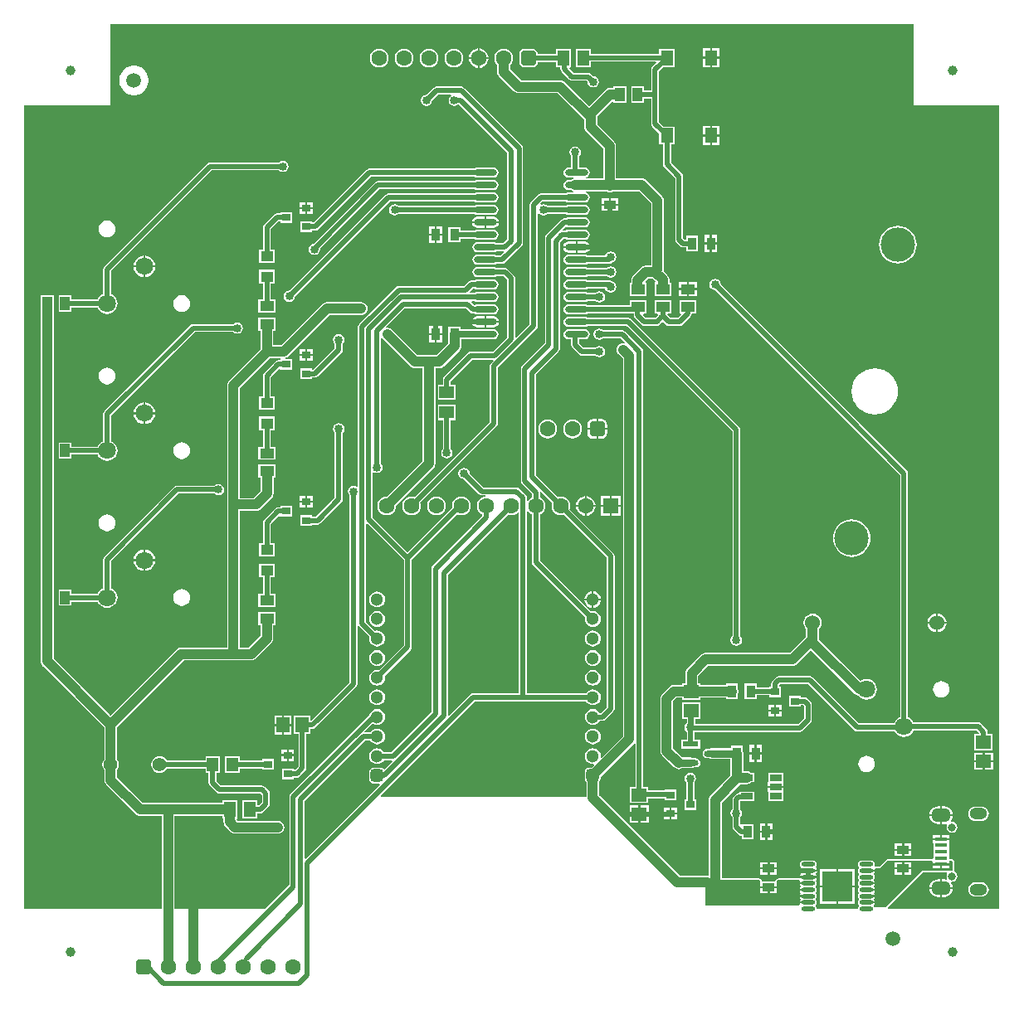
<source format=gbr>
%TF.GenerationSoftware,Altium Limited,Altium Designer,22.7.1 (60)*%
G04 Layer_Physical_Order=1*
G04 Layer_Color=255*
%FSLAX43Y43*%
%MOMM*%
%TF.SameCoordinates,2B380584-264C-487A-9C59-0A3591007A03*%
%TF.FilePolarity,Positive*%
%TF.FileFunction,Copper,L1,Top,Signal*%
%TF.Part,Single*%
G01*
G75*
%TA.AperFunction,FiducialPad,Global*%
%ADD10C,1.500*%
%TA.AperFunction,SMDPad,CuDef*%
%ADD11R,1.450X1.050*%
%ADD12R,1.250X1.550*%
%ADD13R,1.550X1.250*%
%ADD14R,1.350X1.550*%
%ADD15R,1.550X1.350*%
%ADD16R,1.300X1.550*%
G04:AMPARAMS|DCode=17|XSize=1.636mm|YSize=0.625mm|CornerRadius=0.313mm|HoleSize=0mm|Usage=FLASHONLY|Rotation=0.000|XOffset=0mm|YOffset=0mm|HoleType=Round|Shape=RoundedRectangle|*
%AMROUNDEDRECTD17*
21,1,1.636,0.000,0,0,0.0*
21,1,1.011,0.625,0,0,0.0*
1,1,0.625,0.505,0.000*
1,1,0.625,-0.505,0.000*
1,1,0.625,-0.505,0.000*
1,1,0.625,0.505,0.000*
%
%ADD17ROUNDEDRECTD17*%
%ADD18R,1.636X0.625*%
%ADD19R,1.300X0.450*%
%ADD20O,2.350X0.700*%
%ADD21R,0.900X1.300*%
%ADD22R,1.200X0.650*%
%ADD23R,1.300X0.900*%
%ADD24R,1.300X1.100*%
%ADD25R,1.000X1.350*%
%ADD26R,0.900X0.800*%
%ADD27O,1.400X0.450*%
%ADD28R,3.100X3.100*%
%ADD29R,1.200X1.450*%
%TA.AperFunction,Conductor*%
%ADD30C,0.500*%
%ADD31C,1.000*%
%ADD32C,0.800*%
%ADD33C,0.150*%
%ADD34C,0.700*%
%TA.AperFunction,ComponentPad*%
%ADD35C,1.600*%
G04:AMPARAMS|DCode=36|XSize=1.6mm|YSize=1.6mm|CornerRadius=0.4mm|HoleSize=0mm|Usage=FLASHONLY|Rotation=180.000|XOffset=0mm|YOffset=0mm|HoleType=Round|Shape=RoundedRectangle|*
%AMROUNDEDRECTD36*
21,1,1.600,0.800,0,0,180.0*
21,1,0.800,1.600,0,0,180.0*
1,1,0.800,-0.400,0.400*
1,1,0.800,0.400,0.400*
1,1,0.800,0.400,-0.400*
1,1,0.800,-0.400,-0.400*
%
%ADD36ROUNDEDRECTD36*%
%ADD37O,2.000X1.400*%
%ADD38C,0.800*%
%ADD39O,1.800X1.150*%
%ADD40C,1.530*%
%ADD41C,3.500*%
%ADD42C,1.300*%
G04:AMPARAMS|DCode=43|XSize=1.3mm|YSize=1.3mm|CornerRadius=0.325mm|HoleSize=0mm|Usage=FLASHONLY|Rotation=90.000|XOffset=0mm|YOffset=0mm|HoleType=Round|Shape=RoundedRectangle|*
%AMROUNDEDRECTD43*
21,1,1.300,0.650,0,0,90.0*
21,1,0.650,1.300,0,0,90.0*
1,1,0.650,0.325,0.325*
1,1,0.650,0.325,-0.325*
1,1,0.650,-0.325,-0.325*
1,1,0.650,-0.325,0.325*
%
%ADD43ROUNDEDRECTD43*%
%ADD44C,1.800*%
%ADD45R,1.600X1.600*%
%ADD46C,1.400*%
%TA.AperFunction,WasherPad*%
%ADD47C,1.000*%
%TA.AperFunction,ViaPad*%
%ADD48C,0.850*%
%ADD49C,0.650*%
G36*
X90990Y91425D02*
X99745Y91425D01*
X99745Y9425D01*
X90990Y9425D01*
X88386Y9425D01*
X88333Y9552D01*
X91876Y13095D01*
X94340D01*
X94399Y12983D01*
X94381Y12955D01*
X94338Y12740D01*
X94381Y12525D01*
X94395Y12505D01*
X94359Y12438D01*
X94315Y12394D01*
X94100Y12423D01*
X93900D01*
Y11615D01*
X94995D01*
X94977Y11750D01*
X94886Y11969D01*
X94811Y12066D01*
X94883Y12182D01*
X94900Y12178D01*
X95115Y12221D01*
X95297Y12343D01*
X95419Y12525D01*
X95462Y12740D01*
X95419Y12955D01*
X95297Y13137D01*
X95201Y13201D01*
X95126Y13295D01*
X95149Y13377D01*
X95163Y13411D01*
X95163Y14226D01*
X95163Y14226D01*
X95163Y14226D01*
X95140Y14283D01*
X95116Y14341D01*
X95116Y14341D01*
X95116Y14341D01*
X95026Y14431D01*
X95026Y14431D01*
X95026Y14431D01*
X94968Y14455D01*
X94910Y14479D01*
X94910Y14479D01*
X94910Y14479D01*
X94728Y14479D01*
X94601Y14586D01*
Y16115D01*
X94650D01*
Y16440D01*
X93800D01*
X92950D01*
Y16115D01*
X92999D01*
Y15514D01*
Y14557D01*
X92974Y14525D01*
X92872Y14472D01*
X92860Y14477D01*
X92860Y14477D01*
X92860Y14477D01*
X88300Y14472D01*
X88243Y14449D01*
X88184Y14424D01*
X87501Y13741D01*
X87083D01*
X87060Y13731D01*
X87036Y13752D01*
X86969Y13836D01*
X86993Y13959D01*
X86964Y14106D01*
X86881Y14230D01*
X86757Y14313D01*
X86610Y14342D01*
X85660D01*
X85513Y14313D01*
X85389Y14230D01*
X85306Y14106D01*
X85277Y13959D01*
X85306Y13812D01*
X85389Y13688D01*
Y13580D01*
X85306Y13456D01*
X85277Y13309D01*
X85306Y13162D01*
X85368Y13069D01*
X85381Y12984D01*
X85368Y12899D01*
X85306Y12806D01*
X85277Y12659D01*
X85306Y12512D01*
X85368Y12419D01*
X85389Y12280D01*
X85306Y12156D01*
X85277Y12009D01*
X85306Y11862D01*
X85368Y11769D01*
X85381Y11684D01*
X85368Y11599D01*
X85306Y11506D01*
X85277Y11359D01*
X85306Y11212D01*
X85389Y11088D01*
Y10980D01*
X85306Y10856D01*
X85277Y10709D01*
X85306Y10562D01*
X85368Y10469D01*
X85381Y10384D01*
X85368Y10299D01*
X85306Y10206D01*
X85277Y10059D01*
X85306Y9912D01*
X85389Y9788D01*
Y9680D01*
X85306Y9556D01*
X85280Y9425D01*
X83690Y9425D01*
X81090Y9425D01*
X81064Y9556D01*
X80981Y9680D01*
Y9788D01*
X81064Y9912D01*
X81093Y10059D01*
X81064Y10206D01*
X81002Y10299D01*
X80989Y10384D01*
X81002Y10469D01*
X81064Y10562D01*
X81093Y10709D01*
X81064Y10856D01*
X80981Y10980D01*
Y11088D01*
X81064Y11212D01*
X81093Y11359D01*
X81064Y11506D01*
X81002Y11599D01*
X80989Y11684D01*
X81002Y11769D01*
X81064Y11862D01*
X81093Y12009D01*
X81064Y12156D01*
X80981Y12280D01*
X81043Y12392D01*
X81110Y12493D01*
X81123Y12559D01*
X80235D01*
X79273D01*
X79227Y12507D01*
X77148D01*
X77101Y12488D01*
X77052Y12476D01*
X76954Y12406D01*
X76947Y12394D01*
X76934Y12389D01*
X76915Y12342D01*
X76889Y12299D01*
X76792Y12224D01*
X75510D01*
X75493Y12265D01*
X75479Y12316D01*
X75382Y12443D01*
X75372Y12449D01*
X75368Y12459D01*
X75319Y12479D01*
X75273Y12506D01*
X75262Y12503D01*
X75252Y12507D01*
X71396D01*
Y20251D01*
X73282Y22137D01*
X73963D01*
X74133Y22160D01*
X74291Y22225D01*
X74412Y22318D01*
X74714D01*
Y23270D01*
X74412D01*
X74291Y23363D01*
X74133Y23428D01*
X73963Y23451D01*
X73621D01*
Y25273D01*
X73598Y25443D01*
X73565Y25523D01*
Y26074D01*
X72363D01*
Y25835D01*
X70442D01*
X70227Y25792D01*
X70158Y25746D01*
X69927D01*
X69746Y25710D01*
X69592Y25607D01*
X69490Y25454D01*
X69454Y25273D01*
X69490Y25092D01*
X69592Y24939D01*
X69746Y24836D01*
X69927Y24800D01*
X70158D01*
X70227Y24754D01*
X70442Y24711D01*
X72307D01*
Y23020D01*
X70275Y20987D01*
X70170Y20851D01*
X70105Y20693D01*
X70082Y20523D01*
Y12842D01*
X69987Y12758D01*
X69931Y12766D01*
X67165D01*
X58901Y21030D01*
Y22324D01*
X58912Y22332D01*
X59017Y22489D01*
X59054Y22675D01*
Y22882D01*
X62440Y26268D01*
X62456Y26288D01*
X62583Y26245D01*
Y21867D01*
X62066D01*
Y20215D01*
X63918D01*
Y20657D01*
X65582D01*
Y20465D01*
X66784D01*
Y21567D01*
X65582D01*
Y21475D01*
X63918D01*
Y21867D01*
X63401D01*
Y26475D01*
Y39971D01*
Y66330D01*
X63370Y66487D01*
X63281Y66619D01*
X61539Y68361D01*
X61407Y68450D01*
X61250Y68481D01*
X59348D01*
X59343Y68487D01*
X59153Y68615D01*
X58928Y68659D01*
X58703Y68615D01*
X58513Y68487D01*
X58385Y68297D01*
X58341Y68072D01*
X58385Y67847D01*
X58513Y67657D01*
X58703Y67529D01*
X58928Y67485D01*
X59153Y67529D01*
X59343Y67657D01*
X59348Y67663D01*
X61081D01*
X61493Y67251D01*
X61434Y67131D01*
X61340Y67143D01*
X61170Y67121D01*
X61012Y67055D01*
X60876Y66951D01*
X60771Y66815D01*
X60706Y66656D01*
X60683Y66486D01*
X60706Y66316D01*
X60771Y66158D01*
X60876Y66022D01*
X61319Y65578D01*
Y27004D01*
X59159Y24844D01*
X59039Y24903D01*
X59052Y25000D01*
X59024Y25209D01*
X58944Y25404D01*
X58815Y25571D01*
X58648Y25700D01*
X58453Y25780D01*
X58244Y25808D01*
X58035Y25780D01*
X57840Y25700D01*
X57673Y25571D01*
X57544Y25404D01*
X57464Y25209D01*
X57436Y25000D01*
X57464Y24791D01*
X57544Y24596D01*
X57673Y24429D01*
X57840Y24300D01*
X58035Y24220D01*
X58244Y24192D01*
X58341Y24205D01*
X58400Y24085D01*
X58126Y23810D01*
X57919D01*
X57733Y23773D01*
X57576Y23668D01*
X57471Y23511D01*
X57434Y23325D01*
Y22675D01*
X57471Y22489D01*
X57576Y22332D01*
X57587Y22324D01*
Y20872D01*
X36652Y20872D01*
X36604Y20989D01*
X46206Y30591D01*
X57548D01*
X57673Y30429D01*
X57840Y30300D01*
X58035Y30220D01*
X58244Y30192D01*
X58453Y30220D01*
X58648Y30300D01*
X58815Y30429D01*
X58944Y30596D01*
X59024Y30791D01*
X59052Y31000D01*
X59024Y31209D01*
X58944Y31404D01*
X58815Y31571D01*
X58648Y31700D01*
X58453Y31780D01*
X58244Y31808D01*
X58035Y31780D01*
X57840Y31700D01*
X57673Y31571D01*
X57548Y31409D01*
X51525D01*
Y49982D01*
X51652Y50025D01*
X51773Y49868D01*
X51971Y49715D01*
X52042Y49686D01*
Y44793D01*
X52073Y44637D01*
X52162Y44504D01*
X57463Y39203D01*
X57436Y39000D01*
X57464Y38791D01*
X57544Y38596D01*
X57673Y38429D01*
X57840Y38300D01*
X58035Y38220D01*
X58244Y38192D01*
X58453Y38220D01*
X58648Y38300D01*
X58815Y38429D01*
X58944Y38596D01*
X59024Y38791D01*
X59052Y39000D01*
X59024Y39209D01*
X58944Y39404D01*
X58815Y39571D01*
X58648Y39700D01*
X58453Y39780D01*
X58244Y39808D01*
X58041Y39781D01*
X52860Y44962D01*
Y49686D01*
X52931Y49715D01*
X53129Y49868D01*
X53282Y50066D01*
X53378Y50298D01*
X53410Y50546D01*
X53378Y50794D01*
X53282Y51026D01*
X53129Y51224D01*
X52931Y51377D01*
X52860Y51406D01*
Y51919D01*
X52917Y51958D01*
X52983Y51976D01*
X54094Y50865D01*
X54064Y50794D01*
X54032Y50546D01*
X54064Y50298D01*
X54160Y50066D01*
X54313Y49868D01*
X54511Y49715D01*
X54743Y49619D01*
X54991Y49587D01*
X55239Y49619D01*
X55288Y49640D01*
X59662Y45265D01*
Y30005D01*
X59066Y29409D01*
X58940D01*
X58815Y29571D01*
X58648Y29700D01*
X58453Y29780D01*
X58244Y29808D01*
X58035Y29780D01*
X57840Y29700D01*
X57673Y29571D01*
X57544Y29404D01*
X57464Y29209D01*
X57436Y29000D01*
X57464Y28791D01*
X57544Y28596D01*
X57673Y28429D01*
X57840Y28300D01*
X58035Y28220D01*
X58244Y28192D01*
X58453Y28220D01*
X58648Y28300D01*
X58815Y28429D01*
X58940Y28591D01*
X59235D01*
X59392Y28622D01*
X59524Y28711D01*
X60360Y29547D01*
X60449Y29679D01*
X60480Y29836D01*
X60480Y29836D01*
Y45434D01*
X60449Y45591D01*
X60360Y45724D01*
X55879Y50205D01*
X55918Y50298D01*
X55950Y50546D01*
X55918Y50794D01*
X55822Y51026D01*
X55669Y51224D01*
X55471Y51377D01*
X55239Y51473D01*
X54991Y51505D01*
X54743Y51473D01*
X54672Y51443D01*
X52423Y53692D01*
Y63946D01*
X54772Y66295D01*
X54861Y66428D01*
X54892Y66584D01*
Y77430D01*
X55265Y77804D01*
X55507D01*
X55573Y77760D01*
X55768Y77721D01*
X57418D01*
X57613Y77760D01*
X57779Y77871D01*
X57890Y78037D01*
X57929Y78232D01*
X57890Y78427D01*
X57779Y78593D01*
X57613Y78704D01*
X57418Y78743D01*
X55768D01*
X55573Y78704D01*
X55449Y78622D01*
X55223D01*
X55170Y78749D01*
X55500Y79079D01*
X55573Y79030D01*
X55768Y78991D01*
X57418D01*
X57613Y79030D01*
X57779Y79141D01*
X57890Y79307D01*
X57929Y79502D01*
X57890Y79697D01*
X57779Y79863D01*
X57613Y79974D01*
X57418Y80013D01*
X55768D01*
X55573Y79974D01*
X55478Y79911D01*
X55345D01*
X55189Y79880D01*
X55056Y79791D01*
X53474Y78209D01*
X53385Y78076D01*
X53354Y77920D01*
Y67166D01*
X51019Y64831D01*
X50930Y64698D01*
X50899Y64542D01*
Y53086D01*
X50930Y52930D01*
X51019Y52797D01*
X52042Y51774D01*
Y51406D01*
X51971Y51377D01*
X51773Y51224D01*
X51652Y51067D01*
X51525Y51110D01*
Y51360D01*
X51494Y51516D01*
X51405Y51649D01*
X50737Y52317D01*
X50604Y52406D01*
X50448Y52437D01*
X47109D01*
X45705Y53840D01*
X45707Y53848D01*
X45662Y54073D01*
X45535Y54263D01*
X45344Y54391D01*
X45119Y54435D01*
X44895Y54391D01*
X44704Y54263D01*
X44577Y54073D01*
X44532Y53848D01*
X44577Y53623D01*
X44704Y53433D01*
X44895Y53305D01*
X45119Y53261D01*
X45127Y53262D01*
X46650Y51739D01*
X46783Y51650D01*
X46939Y51619D01*
X47264D01*
X47272Y51492D01*
X47123Y51473D01*
X46891Y51377D01*
X46693Y51224D01*
X46540Y51026D01*
X46444Y50794D01*
X46412Y50546D01*
X46444Y50298D01*
X46540Y50066D01*
X46693Y49868D01*
X46891Y49715D01*
X46962Y49686D01*
Y49516D01*
X41891Y44445D01*
X41802Y44312D01*
X41771Y44156D01*
Y29493D01*
X37687Y25409D01*
X36940D01*
X36815Y25571D01*
X36648Y25700D01*
X36453Y25780D01*
X36244Y25808D01*
X36035Y25780D01*
X35840Y25700D01*
X35673Y25571D01*
X35544Y25404D01*
X35464Y25209D01*
X35436Y25000D01*
X35464Y24791D01*
X35544Y24596D01*
X35673Y24429D01*
X35840Y24300D01*
X36035Y24220D01*
X36244Y24192D01*
X36453Y24220D01*
X36648Y24300D01*
X36815Y24429D01*
X36940Y24591D01*
X37767D01*
X37819Y24464D01*
X37013Y23658D01*
X36912Y23668D01*
X36755Y23773D01*
X36569Y23810D01*
X35919D01*
X35733Y23773D01*
X35576Y23668D01*
X35471Y23511D01*
X35434Y23325D01*
Y22675D01*
X35471Y22489D01*
X35576Y22332D01*
X35733Y22227D01*
X35919Y22190D01*
X36468D01*
X36521Y22063D01*
X28972Y14514D01*
X28855Y14563D01*
Y20411D01*
X35035Y26591D01*
X35548D01*
X35673Y26429D01*
X35840Y26300D01*
X36035Y26220D01*
X36244Y26192D01*
X36453Y26220D01*
X36648Y26300D01*
X36815Y26429D01*
X36944Y26596D01*
X37024Y26791D01*
X37052Y27000D01*
X37024Y27209D01*
X36944Y27404D01*
X36815Y27571D01*
X36648Y27700D01*
X36453Y27780D01*
X36244Y27808D01*
X36035Y27780D01*
X35840Y27700D01*
X35673Y27571D01*
X35548Y27409D01*
X35007D01*
X34954Y27536D01*
X35771Y28353D01*
X35840Y28300D01*
X36035Y28220D01*
X36244Y28192D01*
X36453Y28220D01*
X36648Y28300D01*
X36815Y28429D01*
X36944Y28596D01*
X37024Y28791D01*
X37052Y29000D01*
X37024Y29209D01*
X36944Y29404D01*
X36815Y29571D01*
X36648Y29700D01*
X36453Y29780D01*
X36244Y29808D01*
X36035Y29780D01*
X35840Y29700D01*
X35673Y29571D01*
X35544Y29404D01*
X35464Y29209D01*
X35463Y29201D01*
X27397Y21135D01*
X27308Y21002D01*
X27277Y20846D01*
Y11964D01*
X24923Y9610D01*
X24738Y9425D01*
X15577Y9425D01*
Y18901D01*
X20424D01*
Y18632D01*
X20568D01*
Y18272D01*
X20591Y18102D01*
X20656Y17944D01*
X20761Y17808D01*
X21293Y17276D01*
X21429Y17171D01*
X21587Y17106D01*
X21757Y17083D01*
X26123D01*
X26293Y17106D01*
X26451Y17171D01*
X26587Y17276D01*
X26691Y17412D01*
X26757Y17570D01*
X26779Y17740D01*
X26757Y17910D01*
X26691Y18068D01*
X26587Y18204D01*
X26451Y18309D01*
X26293Y18374D01*
X26123Y18397D01*
X22029D01*
X21921Y18505D01*
X21973Y18632D01*
X21976D01*
Y20484D01*
X20424D01*
Y20215D01*
X12337D01*
X9714Y22838D01*
Y23588D01*
X9800Y23701D01*
X9886Y23908D01*
X9915Y24130D01*
X9886Y24352D01*
X9800Y24559D01*
X9714Y24672D01*
Y27962D01*
X16528Y34776D01*
X23400D01*
X23570Y34799D01*
X23728Y34864D01*
X23864Y34969D01*
X25464Y36569D01*
X25569Y36705D01*
X25634Y36863D01*
X25657Y37033D01*
Y38399D01*
X25876D01*
Y39751D01*
X24124D01*
Y38399D01*
X24343D01*
Y37305D01*
X23128Y36090D01*
X22247D01*
Y50027D01*
X23915D01*
X24085Y50050D01*
X24243Y50115D01*
X24379Y50220D01*
X25483Y51324D01*
X25588Y51460D01*
X25653Y51618D01*
X25676Y51788D01*
Y53399D01*
X25876D01*
Y54751D01*
X24124D01*
Y53399D01*
X24362D01*
Y52060D01*
X23643Y51341D01*
X22247D01*
Y62593D01*
X25310Y65656D01*
X26347D01*
X26399Y65551D01*
X26399Y65536D01*
X26383Y65409D01*
X26169D01*
X26013Y65378D01*
X25880Y65289D01*
X24711Y64120D01*
X24622Y63987D01*
X24591Y63831D01*
Y61751D01*
X24199D01*
Y60349D01*
X25801D01*
Y61751D01*
X25409D01*
Y63661D01*
X26272Y64525D01*
X26399Y64472D01*
Y64449D01*
X27601D01*
Y65551D01*
X26921D01*
X26912Y65678D01*
X26918Y65679D01*
X27077Y65744D01*
X27213Y65849D01*
X31385Y70021D01*
X34614D01*
X34784Y70044D01*
X34942Y70109D01*
X35078Y70214D01*
X35183Y70350D01*
X35248Y70508D01*
X35271Y70678D01*
X35248Y70848D01*
X35183Y71006D01*
X35078Y71142D01*
X34942Y71247D01*
X34784Y71312D01*
X34614Y71335D01*
X31113D01*
X30943Y71312D01*
X30785Y71247D01*
X30649Y71142D01*
X26476Y66970D01*
X25657D01*
Y68399D01*
X25876D01*
Y69751D01*
X24124D01*
Y68399D01*
X24343D01*
Y66547D01*
X21126Y63329D01*
X21021Y63193D01*
X20956Y63035D01*
X20933Y62865D01*
Y50446D01*
Y36090D01*
X16256D01*
X16086Y36067D01*
X15928Y36002D01*
X15792Y35897D01*
X9057Y29163D01*
X3234Y34985D01*
Y40353D01*
X3251D01*
Y41136D01*
X3257Y41179D01*
Y56190D01*
Y71190D01*
X3251Y71233D01*
Y72016D01*
X1949D01*
Y71233D01*
X1943Y71190D01*
Y56190D01*
Y41348D01*
X1921Y41179D01*
Y34713D01*
X1944Y34543D01*
X2009Y34385D01*
X2113Y34249D01*
X8400Y27962D01*
Y24672D01*
X8314Y24559D01*
X8228Y24352D01*
X8199Y24130D01*
X8228Y23908D01*
X8314Y23701D01*
X8400Y23588D01*
Y22566D01*
X8423Y22396D01*
X8488Y22238D01*
X8593Y22102D01*
X11601Y19094D01*
X11737Y18989D01*
X11895Y18924D01*
X12065Y18901D01*
X14263D01*
Y9425D01*
X8990Y9425D01*
X255Y9425D01*
X255Y91425D01*
X8990Y91425D01*
X8990Y99745D01*
X90990D01*
X90990Y91425D01*
D02*
G37*
G36*
X50645Y49849D02*
X50707Y49828D01*
Y31409D01*
X46036D01*
X45880Y31378D01*
X45747Y31289D01*
X43575Y29117D01*
X43448Y29170D01*
Y43505D01*
X49592Y49649D01*
X49663Y49619D01*
X49911Y49587D01*
X50159Y49619D01*
X50391Y49715D01*
X50580Y49861D01*
X50645Y49849D01*
D02*
G37*
G36*
X95000Y14226D02*
X95000Y13411D01*
X94900Y13302D01*
X94685Y13259D01*
X94684Y13258D01*
X91808D01*
X88105Y9555D01*
X86964D01*
X86964Y9556D01*
X86881Y9680D01*
X86943Y9792D01*
X87010Y9893D01*
X87023Y9959D01*
X86135D01*
Y10159D01*
X87023D01*
X87010Y10225D01*
X86916Y10365D01*
Y10403D01*
X87010Y10543D01*
X87023Y10609D01*
X86135D01*
Y10809D01*
X87023D01*
X87010Y10875D01*
X86970Y10936D01*
X86925Y11034D01*
X86970Y11132D01*
X87010Y11193D01*
X87023Y11259D01*
X86135D01*
Y11459D01*
X87023D01*
X87010Y11525D01*
X86916Y11665D01*
Y11703D01*
X87010Y11843D01*
X87023Y11909D01*
X86135D01*
Y12109D01*
X87023D01*
X87010Y12175D01*
X86943Y12276D01*
X86881Y12388D01*
X86964Y12512D01*
X86993Y12659D01*
X86964Y12806D01*
X86881Y12930D01*
X86943Y13042D01*
X87010Y13143D01*
X87023Y13209D01*
X86135D01*
Y13409D01*
X87023D01*
X87015Y13450D01*
X87083Y13577D01*
X87568D01*
X88300Y14309D01*
X92860Y14313D01*
X92950Y14224D01*
Y14040D01*
X93800D01*
X94650D01*
Y14315D01*
X94910Y14316D01*
X95000Y14226D01*
D02*
G37*
G36*
X79387Y12216D02*
X79360Y12175D01*
X79347Y12109D01*
X80235D01*
Y11909D01*
X79347D01*
X79360Y11843D01*
X79454Y11703D01*
Y11665D01*
X79360Y11525D01*
X79347Y11459D01*
X80235D01*
Y11259D01*
X79347D01*
X79360Y11193D01*
X79400Y11132D01*
X79445Y11034D01*
X79400Y10936D01*
X79360Y10875D01*
X79347Y10809D01*
X80235D01*
Y10609D01*
X79347D01*
X79360Y10543D01*
X79454Y10403D01*
Y10365D01*
X79360Y10225D01*
X79347Y10159D01*
X80235D01*
Y9959D01*
X79347D01*
X79360Y9893D01*
X79370Y9878D01*
X79310Y9766D01*
X69697Y9766D01*
X69697Y12343D01*
X75252D01*
X75350Y12216D01*
Y11723D01*
X76200D01*
X77050D01*
Y12216D01*
X77050Y12273D01*
X77148Y12343D01*
X79320D01*
X79387Y12216D01*
D02*
G37*
%LPC*%
G36*
X66623Y97230D02*
X65021D01*
Y96713D01*
X58062D01*
Y97192D01*
X56510D01*
Y95340D01*
X58062D01*
Y95895D01*
X64669D01*
X64718Y95778D01*
X64322Y95382D01*
X64233Y95249D01*
X64202Y95093D01*
Y92956D01*
X63474D01*
Y93373D01*
X62172D01*
Y91721D01*
X63474D01*
Y92138D01*
X64202D01*
Y89565D01*
X64233Y89409D01*
X64322Y89276D01*
X65021Y88577D01*
Y87428D01*
X65413D01*
Y85435D01*
X65444Y85279D01*
X65533Y85146D01*
X66647Y84032D01*
Y77724D01*
X66678Y77568D01*
X66767Y77435D01*
X67148Y77054D01*
X67281Y76965D01*
X67437Y76934D01*
X67791D01*
Y76542D01*
X68993D01*
Y78144D01*
X67791D01*
Y77752D01*
X67606D01*
X67465Y77893D01*
Y84201D01*
X67434Y84357D01*
X67345Y84490D01*
X66231Y85604D01*
Y87428D01*
X66623D01*
Y89280D01*
X65474D01*
X65020Y89734D01*
Y92547D01*
Y94924D01*
X65474Y95378D01*
X66623D01*
Y97230D01*
D02*
G37*
G36*
X71172Y97279D02*
X70422D01*
Y96404D01*
X71172D01*
Y97279D01*
D02*
G37*
G36*
X70222D02*
X69472D01*
Y96404D01*
X70222D01*
Y97279D01*
D02*
G37*
G36*
X46709Y97261D02*
Y96366D01*
X47604D01*
X47583Y96527D01*
X47482Y96770D01*
X47322Y96979D01*
X47113Y97140D01*
X46870Y97240D01*
X46709Y97261D01*
D02*
G37*
G36*
X46509D02*
X46348Y97240D01*
X46105Y97140D01*
X45896Y96979D01*
X45736Y96770D01*
X45635Y96527D01*
X45614Y96366D01*
X46509D01*
Y97261D01*
D02*
G37*
G36*
X71172Y96204D02*
X70422D01*
Y95329D01*
X71172D01*
Y96204D01*
D02*
G37*
G36*
X70222D02*
X69472D01*
Y95329D01*
X70222D01*
Y96204D01*
D02*
G37*
G36*
X44069Y97225D02*
X43821Y97193D01*
X43589Y97097D01*
X43391Y96944D01*
X43238Y96746D01*
X43142Y96514D01*
X43110Y96266D01*
X43142Y96018D01*
X43238Y95786D01*
X43391Y95588D01*
X43589Y95435D01*
X43821Y95339D01*
X44069Y95307D01*
X44317Y95339D01*
X44549Y95435D01*
X44747Y95588D01*
X44900Y95786D01*
X44996Y96018D01*
X45028Y96266D01*
X44996Y96514D01*
X44900Y96746D01*
X44747Y96944D01*
X44549Y97097D01*
X44317Y97193D01*
X44069Y97225D01*
D02*
G37*
G36*
X41529D02*
X41281Y97193D01*
X41049Y97097D01*
X40851Y96944D01*
X40698Y96746D01*
X40602Y96514D01*
X40570Y96266D01*
X40602Y96018D01*
X40698Y95786D01*
X40851Y95588D01*
X41049Y95435D01*
X41281Y95339D01*
X41529Y95307D01*
X41777Y95339D01*
X42009Y95435D01*
X42207Y95588D01*
X42360Y95786D01*
X42456Y96018D01*
X42488Y96266D01*
X42456Y96514D01*
X42360Y96746D01*
X42207Y96944D01*
X42009Y97097D01*
X41777Y97193D01*
X41529Y97225D01*
D02*
G37*
G36*
X38989D02*
X38741Y97193D01*
X38509Y97097D01*
X38311Y96944D01*
X38158Y96746D01*
X38062Y96514D01*
X38030Y96266D01*
X38062Y96018D01*
X38158Y95786D01*
X38311Y95588D01*
X38509Y95435D01*
X38741Y95339D01*
X38989Y95307D01*
X39237Y95339D01*
X39469Y95435D01*
X39667Y95588D01*
X39820Y95786D01*
X39916Y96018D01*
X39948Y96266D01*
X39916Y96514D01*
X39820Y96746D01*
X39667Y96944D01*
X39469Y97097D01*
X39237Y97193D01*
X38989Y97225D01*
D02*
G37*
G36*
X36449D02*
X36201Y97193D01*
X35969Y97097D01*
X35771Y96944D01*
X35618Y96746D01*
X35522Y96514D01*
X35490Y96266D01*
X35522Y96018D01*
X35618Y95786D01*
X35771Y95588D01*
X35969Y95435D01*
X36201Y95339D01*
X36449Y95307D01*
X36697Y95339D01*
X36929Y95435D01*
X37127Y95588D01*
X37280Y95786D01*
X37376Y96018D01*
X37408Y96266D01*
X37376Y96514D01*
X37280Y96746D01*
X37127Y96944D01*
X36929Y97097D01*
X36697Y97193D01*
X36449Y97225D01*
D02*
G37*
G36*
X47604Y96166D02*
X46709D01*
Y95271D01*
X46870Y95292D01*
X47113Y95393D01*
X47322Y95553D01*
X47482Y95762D01*
X47583Y96005D01*
X47604Y96166D01*
D02*
G37*
G36*
X46509D02*
X45614D01*
X45635Y96005D01*
X45736Y95762D01*
X45896Y95553D01*
X46105Y95393D01*
X46348Y95292D01*
X46509Y95271D01*
Y96166D01*
D02*
G37*
G36*
X52089Y97228D02*
X51289D01*
X51074Y97185D01*
X50892Y97063D01*
X50770Y96881D01*
X50727Y96666D01*
Y95866D01*
X50770Y95651D01*
X50892Y95469D01*
X51074Y95347D01*
X51289Y95304D01*
X52089D01*
X52304Y95347D01*
X52486Y95469D01*
X52608Y95651D01*
X52649Y95857D01*
X54460D01*
Y95340D01*
X54952D01*
Y95134D01*
X54983Y94978D01*
X55072Y94845D01*
X55845Y94072D01*
X55978Y93983D01*
X56134Y93952D01*
X57616D01*
X57707Y93861D01*
X57706Y93853D01*
X57750Y93628D01*
X57878Y93438D01*
X58068Y93310D01*
X58293Y93266D01*
X58518Y93310D01*
X58708Y93438D01*
X58836Y93628D01*
X58880Y93853D01*
X58836Y94078D01*
X58708Y94268D01*
X58518Y94396D01*
X58293Y94440D01*
X58285Y94439D01*
X58074Y94650D01*
X57941Y94739D01*
X57785Y94770D01*
X56303D01*
X55860Y95213D01*
X55913Y95340D01*
X56012D01*
Y97192D01*
X54460D01*
Y96675D01*
X52649D01*
X52608Y96881D01*
X52486Y97063D01*
X52304Y97185D01*
X52089Y97228D01*
D02*
G37*
G36*
X11578Y95480D02*
X11282D01*
X10992Y95422D01*
X10719Y95309D01*
X10474Y95145D01*
X10265Y94936D01*
X10101Y94691D01*
X9988Y94418D01*
X9930Y94128D01*
Y93832D01*
X9988Y93542D01*
X10101Y93269D01*
X10265Y93024D01*
X10474Y92815D01*
X10719Y92651D01*
X10992Y92538D01*
X11282Y92480D01*
X11578D01*
X11868Y92538D01*
X12141Y92651D01*
X12386Y92815D01*
X12595Y93024D01*
X12759Y93269D01*
X12872Y93542D01*
X12930Y93832D01*
Y94128D01*
X12872Y94418D01*
X12759Y94691D01*
X12595Y94936D01*
X12386Y95145D01*
X12141Y95309D01*
X11868Y95422D01*
X11578Y95480D01*
D02*
G37*
G36*
X49149Y97225D02*
X48901Y97193D01*
X48669Y97097D01*
X48471Y96944D01*
X48318Y96746D01*
X48222Y96514D01*
X48190Y96266D01*
X48222Y96018D01*
X48318Y95786D01*
X48471Y95588D01*
X48492Y95571D01*
Y94869D01*
X48515Y94699D01*
X48580Y94541D01*
X48685Y94405D01*
X50209Y92881D01*
X50345Y92776D01*
X50503Y92711D01*
X50673Y92688D01*
X54650D01*
X57382Y89956D01*
Y89222D01*
X57405Y89052D01*
X57470Y88894D01*
X57575Y88758D01*
X59317Y87016D01*
Y83969D01*
X57553D01*
X57541Y84096D01*
X57613Y84110D01*
X57779Y84221D01*
X57890Y84387D01*
X57929Y84582D01*
X57890Y84777D01*
X57779Y84943D01*
X57613Y85054D01*
X57418Y85093D01*
X56877D01*
Y86241D01*
X56883Y86246D01*
X57011Y86436D01*
X57055Y86661D01*
X57011Y86886D01*
X56883Y87076D01*
X56693Y87204D01*
X56468Y87248D01*
X56243Y87204D01*
X56053Y87076D01*
X55925Y86886D01*
X55881Y86661D01*
X55925Y86436D01*
X56053Y86246D01*
X56059Y86241D01*
Y85093D01*
X55768D01*
X55573Y85054D01*
X55407Y84943D01*
X55296Y84777D01*
X55257Y84582D01*
X55296Y84387D01*
X55407Y84221D01*
X55573Y84110D01*
X55768Y84071D01*
X56280D01*
X56298Y83946D01*
X56140Y83881D01*
X56064Y83823D01*
X55768D01*
X55573Y83784D01*
X55407Y83673D01*
X55296Y83507D01*
X55257Y83312D01*
X55296Y83117D01*
X55407Y82951D01*
X55573Y82840D01*
X55768Y82801D01*
X56064D01*
X56140Y82743D01*
X56298Y82678D01*
X56280Y82553D01*
X55768D01*
X55573Y82514D01*
X55478Y82451D01*
X52959D01*
X52803Y82420D01*
X52670Y82331D01*
X51923Y81584D01*
X51834Y81451D01*
X51803Y81295D01*
Y69054D01*
X50437Y67688D01*
X50320Y67737D01*
Y73817D01*
X50289Y73973D01*
X50200Y74106D01*
X49595Y74711D01*
X49462Y74800D01*
X49306Y74831D01*
X48408D01*
X48313Y74894D01*
X48118Y74933D01*
X46468D01*
X46273Y74894D01*
X46107Y74783D01*
X45996Y74617D01*
X45957Y74422D01*
X45996Y74227D01*
X46107Y74061D01*
X46273Y73950D01*
X46468Y73911D01*
X48118D01*
X48313Y73950D01*
X48408Y74013D01*
X49136D01*
X49502Y73647D01*
Y67715D01*
X48075Y66288D01*
X45769D01*
X45612Y66257D01*
X45480Y66169D01*
X43354Y64043D01*
X43323Y63996D01*
X43066Y63739D01*
X42977Y63606D01*
X42946Y63450D01*
Y62901D01*
X42429D01*
Y61349D01*
X44281D01*
Y62901D01*
X43764D01*
Y63281D01*
X43932Y63449D01*
X43964Y63496D01*
X45938Y65471D01*
X48054D01*
X48102Y65353D01*
X47879Y65130D01*
X47790Y64997D01*
X47759Y64841D01*
Y59132D01*
X40070Y51443D01*
X39999Y51473D01*
X39751Y51505D01*
X39503Y51473D01*
X39271Y51377D01*
X39073Y51224D01*
X38920Y51026D01*
X38824Y50794D01*
X38792Y50546D01*
X38824Y50298D01*
X38920Y50066D01*
X39073Y49868D01*
X39271Y49715D01*
X39503Y49619D01*
X39751Y49587D01*
X39999Y49619D01*
X40231Y49715D01*
X40429Y49868D01*
X40582Y50066D01*
X40678Y50298D01*
X40710Y50546D01*
X40678Y50794D01*
X40648Y50865D01*
X48457Y58674D01*
X48546Y58807D01*
X48577Y58963D01*
Y64671D01*
X52501Y68596D01*
X52590Y68728D01*
X52621Y68885D01*
Y80393D01*
X52748Y80431D01*
X52798Y80357D01*
X52988Y80229D01*
X53213Y80185D01*
X53438Y80229D01*
X53628Y80357D01*
X53633Y80363D01*
X55478D01*
X55573Y80300D01*
X55768Y80261D01*
X57418D01*
X57613Y80300D01*
X57779Y80411D01*
X57890Y80577D01*
X57929Y80772D01*
X57890Y80967D01*
X57779Y81133D01*
X57613Y81244D01*
X57418Y81283D01*
X55768D01*
X55573Y81244D01*
X55478Y81181D01*
X53633D01*
X53628Y81187D01*
X53438Y81315D01*
X53213Y81359D01*
X52988Y81315D01*
X52911Y81416D01*
X53128Y81633D01*
X55478D01*
X55573Y81570D01*
X55768Y81531D01*
X57418D01*
X57613Y81570D01*
X57779Y81681D01*
X57890Y81847D01*
X57929Y82042D01*
X57890Y82237D01*
X57779Y82403D01*
X57613Y82514D01*
X57541Y82528D01*
X57553Y82655D01*
X59172D01*
Y82601D01*
X59723D01*
X59803Y82567D01*
X59973Y82545D01*
X60143Y82567D01*
X60224Y82601D01*
X60774D01*
Y82671D01*
X62958D01*
X64198Y81431D01*
Y75079D01*
X63643D01*
X63473Y75056D01*
X63314Y74991D01*
X63178Y74886D01*
X62359Y74067D01*
X62254Y73931D01*
X62189Y73772D01*
X62166Y73602D01*
Y73356D01*
X61989D01*
Y72004D01*
X63741D01*
Y73356D01*
X63671D01*
X63623Y73473D01*
X63915Y73765D01*
X64339D01*
X64631Y73473D01*
X64582Y73356D01*
X64529D01*
Y72004D01*
X66281D01*
Y73356D01*
X66062D01*
Y73628D01*
X66039Y73798D01*
X65974Y73956D01*
X65869Y74092D01*
X65482Y74479D01*
X65489Y74496D01*
X65512Y74666D01*
Y81703D01*
X65489Y81873D01*
X65424Y82031D01*
X65319Y82167D01*
X63694Y83792D01*
X63558Y83897D01*
X63400Y83962D01*
X63230Y83985D01*
X60630D01*
Y87288D01*
X60608Y87458D01*
X60542Y87616D01*
X60438Y87752D01*
X58696Y89494D01*
Y90291D01*
X60245Y91840D01*
X60372Y91787D01*
Y91721D01*
X61674D01*
Y92504D01*
X61680Y92547D01*
X61674Y92590D01*
Y93373D01*
X60372D01*
Y93204D01*
X60023D01*
X59853Y93181D01*
X59695Y93116D01*
X59559Y93011D01*
X57872Y91324D01*
X55386Y93809D01*
X55250Y93914D01*
X55092Y93979D01*
X54922Y94002D01*
X50945D01*
X49806Y95141D01*
Y95571D01*
X49827Y95588D01*
X49980Y95786D01*
X50076Y96018D01*
X50108Y96266D01*
X50076Y96514D01*
X49980Y96746D01*
X49827Y96944D01*
X49629Y97097D01*
X49397Y97193D01*
X49149Y97225D01*
D02*
G37*
G36*
X71172Y89329D02*
X70422D01*
Y88454D01*
X71172D01*
Y89329D01*
D02*
G37*
G36*
X70222D02*
X69472D01*
Y88454D01*
X70222D01*
Y89329D01*
D02*
G37*
G36*
X71172Y88254D02*
X70422D01*
Y87379D01*
X71172D01*
Y88254D01*
D02*
G37*
G36*
X70222D02*
X69472D01*
Y87379D01*
X70222D01*
Y88254D01*
D02*
G37*
G36*
X26641Y85804D02*
X26416Y85760D01*
X26226Y85632D01*
X26221Y85626D01*
X19187D01*
X19030Y85595D01*
X18897Y85506D01*
X8401Y75010D01*
X8312Y74877D01*
X8281Y74720D01*
Y72158D01*
X8160Y72108D01*
X7940Y71940D01*
X7772Y71720D01*
X7722Y71599D01*
X5051D01*
Y72016D01*
X3749D01*
Y70364D01*
X5051D01*
Y70781D01*
X7722D01*
X7772Y70660D01*
X7940Y70440D01*
X8160Y70272D01*
X8416Y70166D01*
X8690Y70130D01*
X8964Y70166D01*
X9220Y70272D01*
X9440Y70440D01*
X9608Y70660D01*
X9714Y70916D01*
X9750Y71190D01*
X9714Y71464D01*
X9608Y71720D01*
X9440Y71940D01*
X9220Y72108D01*
X9099Y72158D01*
Y74551D01*
X19356Y84808D01*
X26221D01*
X26226Y84802D01*
X26416Y84674D01*
X26641Y84630D01*
X26866Y84674D01*
X27056Y84802D01*
X27184Y84992D01*
X27228Y85217D01*
X27184Y85442D01*
X27056Y85632D01*
X26866Y85760D01*
X26641Y85804D01*
D02*
G37*
G36*
X48118Y85093D02*
X46468D01*
X46273Y85054D01*
X46178Y84991D01*
X35458D01*
X35302Y84960D01*
X35169Y84871D01*
X29767Y79469D01*
X29601D01*
Y79601D01*
X28399D01*
Y78499D01*
X29601D01*
Y78651D01*
X29936D01*
X30093Y78682D01*
X30225Y78771D01*
X35627Y84173D01*
X46178D01*
X46273Y84110D01*
X46468Y84071D01*
X48118D01*
X48313Y84110D01*
X48479Y84221D01*
X48590Y84387D01*
X48629Y84582D01*
X48590Y84777D01*
X48479Y84943D01*
X48313Y85054D01*
X48118Y85093D01*
D02*
G37*
G36*
Y83823D02*
X46468D01*
X46273Y83784D01*
X46178Y83721D01*
X36322D01*
X36166Y83690D01*
X36033Y83601D01*
X29750Y77318D01*
X29620Y77293D01*
X29430Y77165D01*
X29302Y76975D01*
X29258Y76750D01*
X29302Y76525D01*
X29430Y76335D01*
X29620Y76207D01*
X29845Y76163D01*
X30070Y76207D01*
X30260Y76335D01*
X30388Y76525D01*
X30432Y76750D01*
X30417Y76828D01*
X36491Y82903D01*
X46178D01*
X46273Y82840D01*
X46468Y82801D01*
X48118D01*
X48313Y82840D01*
X48479Y82951D01*
X48590Y83117D01*
X48629Y83312D01*
X48590Y83507D01*
X48479Y83673D01*
X48313Y83784D01*
X48118Y83823D01*
D02*
G37*
G36*
Y82553D02*
X46468D01*
X46273Y82514D01*
X46178Y82451D01*
X37387D01*
X37230Y82420D01*
X37098Y82331D01*
X27292Y72525D01*
X27284Y72527D01*
X27059Y72482D01*
X26869Y72355D01*
X26741Y72164D01*
X26697Y71939D01*
X26741Y71715D01*
X26869Y71524D01*
X27059Y71397D01*
X27284Y71352D01*
X27509Y71397D01*
X27699Y71524D01*
X27827Y71715D01*
X27871Y71939D01*
X27870Y71947D01*
X37556Y81633D01*
X46178D01*
X46273Y81570D01*
X46468Y81531D01*
X48118D01*
X48313Y81570D01*
X48479Y81681D01*
X48590Y81847D01*
X48629Y82042D01*
X48590Y82237D01*
X48479Y82403D01*
X48313Y82514D01*
X48118Y82553D01*
D02*
G37*
G36*
X60823Y81952D02*
X60073D01*
Y81402D01*
X60823D01*
Y81952D01*
D02*
G37*
G36*
X59873D02*
X59123D01*
Y81402D01*
X59873D01*
Y81952D01*
D02*
G37*
G36*
X29650Y81550D02*
X29100D01*
Y81050D01*
X29650D01*
Y81550D01*
D02*
G37*
G36*
X28900D02*
X28350D01*
Y81050D01*
X28900D01*
Y81550D01*
D02*
G37*
G36*
X60823Y81202D02*
X60073D01*
Y80652D01*
X60823D01*
Y81202D01*
D02*
G37*
G36*
X59873D02*
X59123D01*
Y80652D01*
X59873D01*
Y81202D01*
D02*
G37*
G36*
X29650Y80850D02*
X29100D01*
Y80350D01*
X29650D01*
Y80850D01*
D02*
G37*
G36*
X28900D02*
X28350D01*
Y80350D01*
X28900D01*
Y80850D01*
D02*
G37*
G36*
X38031Y81359D02*
X37806Y81315D01*
X37616Y81187D01*
X37488Y80997D01*
X37444Y80772D01*
X37488Y80547D01*
X37616Y80357D01*
X37806Y80229D01*
X38031Y80185D01*
X38256Y80229D01*
X38446Y80357D01*
X38450Y80363D01*
X46178D01*
X46273Y80300D01*
X46468Y80261D01*
X48118D01*
X48313Y80300D01*
X48479Y80411D01*
X48590Y80577D01*
X48629Y80772D01*
X48590Y80967D01*
X48479Y81133D01*
X48313Y81244D01*
X48118Y81283D01*
X46468D01*
X46273Y81244D01*
X46178Y81181D01*
X38450D01*
X38446Y81187D01*
X38256Y81315D01*
X38031Y81359D01*
D02*
G37*
G36*
X48118Y80063D02*
X47393D01*
Y79602D01*
X48659D01*
X48636Y79717D01*
X48515Y79899D01*
X48333Y80020D01*
X48118Y80063D01*
D02*
G37*
G36*
X47193D02*
X46468D01*
X46253Y80020D01*
X46071Y79899D01*
X45950Y79717D01*
X45927Y79602D01*
X47193D01*
Y80063D01*
D02*
G37*
G36*
X27601Y80551D02*
X26399D01*
Y80419D01*
X26010D01*
X25854Y80388D01*
X25721Y80299D01*
X24711Y79289D01*
X24622Y79156D01*
X24591Y79000D01*
Y76751D01*
X24199D01*
Y75349D01*
X25801D01*
Y76751D01*
X25409D01*
Y78831D01*
X26179Y79601D01*
X26399D01*
Y79449D01*
X27601D01*
Y80551D01*
D02*
G37*
G36*
X48659Y79402D02*
X47393D01*
Y78941D01*
X48118D01*
X48333Y78984D01*
X48515Y79105D01*
X48636Y79287D01*
X48659Y79402D01*
D02*
G37*
G36*
X47193D02*
X45927D01*
X45950Y79287D01*
X46071Y79105D01*
X46253Y78984D01*
X46468Y78941D01*
X47193D01*
Y79402D01*
D02*
G37*
G36*
X42880Y79082D02*
X42330D01*
Y78332D01*
X42880D01*
Y79082D01*
D02*
G37*
G36*
X42130D02*
X41580D01*
Y78332D01*
X42130D01*
Y79082D01*
D02*
G37*
G36*
X8690Y79668D02*
X8468Y79639D01*
X8261Y79553D01*
X8083Y79417D01*
X7947Y79239D01*
X7861Y79032D01*
X7832Y78810D01*
X7861Y78588D01*
X7947Y78381D01*
X8083Y78203D01*
X8261Y78067D01*
X8468Y77981D01*
X8690Y77952D01*
X8912Y77981D01*
X9119Y78067D01*
X9297Y78203D01*
X9433Y78381D01*
X9519Y78588D01*
X9548Y78810D01*
X9519Y79032D01*
X9433Y79239D01*
X9297Y79417D01*
X9119Y79553D01*
X8912Y79639D01*
X8690Y79668D01*
D02*
G37*
G36*
X44731Y79033D02*
X43529D01*
Y77431D01*
X44731D01*
Y77823D01*
X46178D01*
X46273Y77760D01*
X46468Y77721D01*
X48118D01*
X48313Y77760D01*
X48479Y77871D01*
X48590Y78037D01*
X48629Y78232D01*
X48590Y78427D01*
X48479Y78593D01*
X48313Y78704D01*
X48118Y78743D01*
X46468D01*
X46273Y78704D01*
X46178Y78641D01*
X44731D01*
Y79033D01*
D02*
G37*
G36*
X70942Y78193D02*
X70392D01*
Y77443D01*
X70942D01*
Y78193D01*
D02*
G37*
G36*
X70192D02*
X69642D01*
Y77443D01*
X70192D01*
Y78193D01*
D02*
G37*
G36*
X42880Y78132D02*
X42330D01*
Y77382D01*
X42880D01*
Y78132D01*
D02*
G37*
G36*
X42130D02*
X41580D01*
Y77382D01*
X42130D01*
Y78132D01*
D02*
G37*
G36*
X44831Y93373D02*
X42297D01*
X42141Y93342D01*
X42008Y93253D01*
X41289Y92534D01*
X41281Y92535D01*
X41056Y92491D01*
X40866Y92363D01*
X40738Y92173D01*
X40694Y91948D01*
X40738Y91723D01*
X40866Y91533D01*
X41056Y91405D01*
X41281Y91361D01*
X41506Y91405D01*
X41696Y91533D01*
X41824Y91723D01*
X41868Y91948D01*
X41867Y91956D01*
X42466Y92555D01*
X43765D01*
X43804Y92428D01*
X43707Y92363D01*
X43579Y92173D01*
X43535Y91948D01*
X43579Y91723D01*
X43707Y91533D01*
X43897Y91405D01*
X44122Y91361D01*
X44347Y91405D01*
X44537Y91533D01*
X44648Y91471D01*
X49502Y86617D01*
Y77766D01*
X49107Y77371D01*
X48408D01*
X48313Y77434D01*
X48118Y77473D01*
X46468D01*
X46273Y77434D01*
X46107Y77323D01*
X45996Y77157D01*
X45957Y76962D01*
X45996Y76767D01*
X46107Y76601D01*
X46273Y76490D01*
X46468Y76451D01*
X48118D01*
X48313Y76490D01*
X48408Y76553D01*
X49122D01*
X49174Y76426D01*
X48849Y76101D01*
X48408D01*
X48313Y76164D01*
X48118Y76203D01*
X46468D01*
X46273Y76164D01*
X46107Y76053D01*
X45996Y75887D01*
X45957Y75692D01*
X45996Y75497D01*
X46107Y75331D01*
X46273Y75220D01*
X46468Y75181D01*
X48118D01*
X48313Y75220D01*
X48408Y75283D01*
X49018D01*
X49175Y75314D01*
X49307Y75403D01*
X51028Y77123D01*
X51117Y77256D01*
X51148Y77413D01*
Y87056D01*
X51148Y87056D01*
X51117Y87212D01*
X51028Y87345D01*
X45120Y93253D01*
X44987Y93342D01*
X44831Y93373D01*
D02*
G37*
G36*
X57418Y77523D02*
X56693D01*
Y77062D01*
X57959D01*
X57936Y77177D01*
X57815Y77359D01*
X57633Y77480D01*
X57418Y77523D01*
D02*
G37*
G36*
X56493D02*
X55768D01*
X55553Y77480D01*
X55371Y77359D01*
X55250Y77177D01*
X55227Y77062D01*
X56493D01*
Y77523D01*
D02*
G37*
G36*
X70942Y77243D02*
X70392D01*
Y76493D01*
X70942D01*
Y77243D01*
D02*
G37*
G36*
X70192D02*
X69642D01*
Y76493D01*
X70192D01*
Y77243D01*
D02*
G37*
G36*
X57959Y76862D02*
X56693D01*
Y76401D01*
X57418D01*
X57633Y76444D01*
X57815Y76565D01*
X57936Y76747D01*
X57959Y76862D01*
D02*
G37*
G36*
X56493D02*
X55227D01*
X55250Y76747D01*
X55371Y76565D01*
X55553Y76444D01*
X55768Y76401D01*
X56493D01*
Y76862D01*
D02*
G37*
G36*
X60071Y76533D02*
X59846Y76489D01*
X59656Y76361D01*
X59528Y76171D01*
X59515Y76101D01*
X57708D01*
X57613Y76164D01*
X57418Y76203D01*
X55768D01*
X55573Y76164D01*
X55407Y76053D01*
X55296Y75887D01*
X55257Y75692D01*
X55296Y75497D01*
X55407Y75331D01*
X55573Y75220D01*
X55768Y75181D01*
X57418D01*
X57613Y75220D01*
X57708Y75283D01*
X59892D01*
X60049Y75314D01*
X60134Y75371D01*
X60296Y75403D01*
X60486Y75531D01*
X60614Y75721D01*
X60658Y75946D01*
X60614Y76171D01*
X60486Y76361D01*
X60296Y76489D01*
X60071Y76533D01*
D02*
G37*
G36*
X89372Y79131D02*
X88999Y79095D01*
X88641Y78986D01*
X88311Y78809D01*
X88021Y78572D01*
X87784Y78282D01*
X87607Y77952D01*
X87498Y77594D01*
X87462Y77221D01*
X87498Y76848D01*
X87607Y76490D01*
X87784Y76160D01*
X88021Y75870D01*
X88311Y75633D01*
X88641Y75456D01*
X88999Y75347D01*
X89372Y75311D01*
X89745Y75347D01*
X90103Y75456D01*
X90433Y75633D01*
X90723Y75870D01*
X90960Y76160D01*
X91137Y76490D01*
X91246Y76848D01*
X91282Y77221D01*
X91246Y77594D01*
X91137Y77952D01*
X90960Y78282D01*
X90723Y78572D01*
X90433Y78809D01*
X90103Y78986D01*
X89745Y79095D01*
X89372Y79131D01*
D02*
G37*
G36*
X12600Y76096D02*
Y75100D01*
X13596D01*
X13572Y75287D01*
X13461Y75555D01*
X13285Y75785D01*
X13055Y75961D01*
X12787Y76072D01*
X12600Y76096D01*
D02*
G37*
G36*
X12400D02*
X12213Y76072D01*
X11945Y75961D01*
X11715Y75785D01*
X11539Y75555D01*
X11428Y75287D01*
X11404Y75100D01*
X12400D01*
Y76096D01*
D02*
G37*
G36*
X60071Y75009D02*
X59846Y74965D01*
X59656Y74837D01*
X59651Y74831D01*
X57708D01*
X57613Y74894D01*
X57418Y74933D01*
X55768D01*
X55573Y74894D01*
X55407Y74783D01*
X55296Y74617D01*
X55257Y74422D01*
X55296Y74227D01*
X55407Y74061D01*
X55573Y73950D01*
X55768Y73911D01*
X57418D01*
X57613Y73950D01*
X57708Y74013D01*
X59651D01*
X59656Y74007D01*
X59846Y73879D01*
X60071Y73835D01*
X60296Y73879D01*
X60486Y74007D01*
X60614Y74197D01*
X60658Y74422D01*
X60614Y74647D01*
X60486Y74837D01*
X60296Y74965D01*
X60071Y75009D01*
D02*
G37*
G36*
X13596Y74900D02*
X12600D01*
Y73904D01*
X12787Y73928D01*
X13055Y74039D01*
X13285Y74215D01*
X13461Y74445D01*
X13572Y74713D01*
X13596Y74900D01*
D02*
G37*
G36*
X12400D02*
X11404D01*
X11428Y74713D01*
X11539Y74445D01*
X11715Y74215D01*
X11945Y74039D01*
X12213Y73928D01*
X12400Y73904D01*
Y74900D01*
D02*
G37*
G36*
X48118Y73663D02*
X46468D01*
X46273Y73624D01*
X46178Y73561D01*
X45835D01*
X45678Y73530D01*
X45546Y73441D01*
X45106Y73002D01*
X38478D01*
X38478Y73002D01*
X38321Y72970D01*
X38188Y72882D01*
X34409Y69102D01*
X34320Y68970D01*
X34289Y68813D01*
Y52566D01*
X34162Y52498D01*
X34053Y52571D01*
X33829Y52615D01*
X33604Y52571D01*
X33413Y52443D01*
X33286Y52253D01*
X33241Y52028D01*
X33286Y51803D01*
X33413Y51613D01*
X33420Y51609D01*
Y32527D01*
X29804Y28911D01*
X29548Y28655D01*
X29421Y28708D01*
Y29095D01*
X27769D01*
Y27243D01*
X28211D01*
Y23939D01*
X27877Y23605D01*
X27724D01*
Y23747D01*
X26522D01*
Y22645D01*
X27724D01*
Y22787D01*
X28046D01*
X28203Y22818D01*
X28335Y22907D01*
X28909Y23481D01*
X28998Y23613D01*
X29029Y23770D01*
X29029Y23770D01*
Y27243D01*
X29421D01*
Y27760D01*
X29640D01*
X29797Y27792D01*
X29929Y27880D01*
X30382Y28333D01*
X34118Y32069D01*
X34206Y32201D01*
X34237Y32358D01*
Y38285D01*
X34364Y38323D01*
X34409Y38257D01*
X35463Y37203D01*
X35436Y37000D01*
X35464Y36791D01*
X35544Y36596D01*
X35673Y36429D01*
X35840Y36300D01*
X36035Y36220D01*
X36244Y36192D01*
X36453Y36220D01*
X36648Y36300D01*
X36815Y36429D01*
X36944Y36596D01*
X37024Y36791D01*
X37052Y37000D01*
X37024Y37209D01*
X36944Y37404D01*
X36815Y37571D01*
X36648Y37700D01*
X36453Y37780D01*
X36244Y37808D01*
X36041Y37781D01*
X35107Y38715D01*
Y48717D01*
X35234Y48770D01*
X38961Y45043D01*
Y36295D01*
X36447Y33781D01*
X36244Y33808D01*
X36035Y33780D01*
X35840Y33700D01*
X35673Y33571D01*
X35544Y33404D01*
X35464Y33209D01*
X35436Y33000D01*
X35464Y32791D01*
X35544Y32596D01*
X35673Y32429D01*
X35840Y32300D01*
X36035Y32220D01*
X36244Y32192D01*
X36453Y32220D01*
X36648Y32300D01*
X36815Y32429D01*
X36944Y32596D01*
X37024Y32791D01*
X37052Y33000D01*
X37025Y33203D01*
X39659Y35837D01*
X39748Y35970D01*
X39779Y36126D01*
Y45043D01*
X44422Y49686D01*
X44583Y49619D01*
X44831Y49587D01*
X45079Y49619D01*
X45311Y49715D01*
X45509Y49868D01*
X45662Y50066D01*
X45758Y50298D01*
X45790Y50546D01*
X45758Y50794D01*
X45662Y51026D01*
X45509Y51224D01*
X45311Y51377D01*
X45079Y51473D01*
X44831Y51505D01*
X44583Y51473D01*
X44351Y51377D01*
X44153Y51224D01*
X44000Y51026D01*
X43904Y50794D01*
X43872Y50546D01*
X43901Y50322D01*
X39370Y45790D01*
X35809Y49351D01*
Y53916D01*
X35936Y53984D01*
X36001Y53940D01*
X36226Y53896D01*
X36451Y53940D01*
X36641Y54068D01*
X36769Y54258D01*
X36813Y54483D01*
X36769Y54708D01*
X36641Y54898D01*
X36604Y54923D01*
Y67746D01*
X36731Y67771D01*
X36742Y67744D01*
X36847Y67608D01*
X39641Y64814D01*
X39777Y64710D01*
X39935Y64644D01*
X40105Y64622D01*
X40873D01*
Y55137D01*
X37238Y51502D01*
X37211Y51505D01*
X36963Y51473D01*
X36731Y51377D01*
X36533Y51224D01*
X36380Y51026D01*
X36284Y50794D01*
X36252Y50546D01*
X36284Y50298D01*
X36380Y50066D01*
X36533Y49868D01*
X36731Y49715D01*
X36963Y49619D01*
X37211Y49587D01*
X37459Y49619D01*
X37691Y49715D01*
X37889Y49868D01*
X38042Y50066D01*
X38138Y50298D01*
X38170Y50546D01*
X38167Y50573D01*
X41994Y54401D01*
X42099Y54537D01*
X42164Y54695D01*
X42187Y54865D01*
Y64622D01*
X42598D01*
X42768Y64644D01*
X42927Y64710D01*
X43063Y64814D01*
X44644Y66396D01*
X44749Y66532D01*
X44814Y66690D01*
X44837Y66860D01*
Y67561D01*
X48118D01*
X48313Y67600D01*
X48479Y67711D01*
X48590Y67877D01*
X48629Y68072D01*
X48590Y68267D01*
X48479Y68433D01*
X48313Y68544D01*
X48118Y68583D01*
X44731D01*
Y68873D01*
X43529D01*
Y68115D01*
X43523Y68072D01*
Y67132D01*
X42326Y65935D01*
X40377D01*
X37775Y68536D01*
X37639Y68641D01*
X37481Y68706D01*
X37311Y68729D01*
X37216Y68716D01*
X37157Y68836D01*
X39059Y70739D01*
X45304D01*
X45720Y70323D01*
X45853Y70234D01*
X46009Y70203D01*
X46178D01*
X46273Y70140D01*
X46468Y70101D01*
X48118D01*
X48313Y70140D01*
X48479Y70251D01*
X48590Y70417D01*
X48629Y70612D01*
X48590Y70807D01*
X48479Y70973D01*
X48313Y71084D01*
X48118Y71123D01*
X46468D01*
X46273Y71084D01*
X46178Y71021D01*
X45853Y71346D01*
X45906Y71473D01*
X46178D01*
X46273Y71410D01*
X46468Y71371D01*
X48118D01*
X48313Y71410D01*
X48479Y71521D01*
X48590Y71687D01*
X48629Y71882D01*
X48590Y72077D01*
X48479Y72243D01*
X48313Y72354D01*
X48118Y72393D01*
X46468D01*
X46273Y72354D01*
X46178Y72291D01*
X45731D01*
X45679Y72418D01*
X46004Y72743D01*
X46178D01*
X46273Y72680D01*
X46468Y72641D01*
X48118D01*
X48313Y72680D01*
X48479Y72791D01*
X48590Y72957D01*
X48629Y73152D01*
X48590Y73347D01*
X48479Y73513D01*
X48313Y73624D01*
X48118Y73663D01*
D02*
G37*
G36*
X68870Y73405D02*
X68045D01*
Y72780D01*
X68870D01*
Y73405D01*
D02*
G37*
G36*
X67845D02*
X67020D01*
Y72780D01*
X67845D01*
Y73405D01*
D02*
G37*
G36*
X57418Y73663D02*
X55768D01*
X55573Y73624D01*
X55407Y73513D01*
X55296Y73347D01*
X55257Y73152D01*
X55296Y72957D01*
X55407Y72791D01*
X55573Y72680D01*
X55768Y72641D01*
X57418D01*
X57613Y72680D01*
X57708Y72743D01*
X59515D01*
X59528Y72673D01*
X59656Y72483D01*
X59846Y72355D01*
X60071Y72311D01*
X60296Y72355D01*
X60486Y72483D01*
X60614Y72673D01*
X60658Y72898D01*
X60614Y73123D01*
X60486Y73313D01*
X60325Y73421D01*
X60305Y73441D01*
X60172Y73530D01*
X60016Y73561D01*
X57708D01*
X57613Y73624D01*
X57418Y73663D01*
D02*
G37*
G36*
X58928Y72469D02*
X58703Y72425D01*
X58513Y72297D01*
X58508Y72291D01*
X57708D01*
X57613Y72354D01*
X57418Y72393D01*
X55768D01*
X55573Y72354D01*
X55407Y72243D01*
X55296Y72077D01*
X55257Y71882D01*
X55296Y71687D01*
X55407Y71521D01*
X55573Y71410D01*
X55768Y71371D01*
X57418D01*
X57613Y71410D01*
X57708Y71473D01*
X58508D01*
X58513Y71467D01*
X58703Y71339D01*
X58928Y71295D01*
X59153Y71339D01*
X59343Y71467D01*
X59471Y71657D01*
X59515Y71882D01*
X59471Y72107D01*
X59343Y72297D01*
X59153Y72425D01*
X58928Y72469D01*
D02*
G37*
G36*
X68870Y72580D02*
X68045D01*
Y71955D01*
X68870D01*
Y72580D01*
D02*
G37*
G36*
X67845D02*
X67020D01*
Y71955D01*
X67845D01*
Y72580D01*
D02*
G37*
G36*
X16310Y72048D02*
X16088Y72019D01*
X15881Y71933D01*
X15703Y71797D01*
X15567Y71619D01*
X15481Y71412D01*
X15452Y71190D01*
X15481Y70968D01*
X15567Y70761D01*
X15703Y70583D01*
X15881Y70447D01*
X16088Y70361D01*
X16310Y70332D01*
X16532Y70361D01*
X16739Y70447D01*
X16917Y70583D01*
X17053Y70761D01*
X17139Y70968D01*
X17168Y71190D01*
X17139Y71412D01*
X17053Y71619D01*
X16917Y71797D01*
X16739Y71933D01*
X16532Y72019D01*
X16310Y72048D01*
D02*
G37*
G36*
X25801Y74651D02*
X24199D01*
Y73249D01*
X24591D01*
Y71601D01*
X24124D01*
Y70249D01*
X25876D01*
Y71601D01*
X25409D01*
Y73249D01*
X25801D01*
Y74651D01*
D02*
G37*
G36*
X68821Y71506D02*
X67069D01*
Y70154D01*
X67202D01*
X67251Y70037D01*
X66962Y69747D01*
X66144D01*
X65864Y70027D01*
X65917Y70154D01*
X66281D01*
Y71506D01*
X64529D01*
Y70154D01*
X64860D01*
X64913Y70027D01*
X64637Y69751D01*
X63672D01*
X63386Y70037D01*
X63435Y70154D01*
X63741D01*
Y71506D01*
X61989D01*
Y71021D01*
X57708D01*
X57613Y71084D01*
X57418Y71123D01*
X55768D01*
X55573Y71084D01*
X55407Y70973D01*
X55296Y70807D01*
X55257Y70612D01*
X55296Y70417D01*
X55407Y70251D01*
X55573Y70140D01*
X55768Y70101D01*
X57418D01*
X57613Y70140D01*
X57708Y70203D01*
X61989D01*
Y70154D01*
X62414D01*
Y70022D01*
X62445Y69865D01*
X62534Y69733D01*
X63214Y69053D01*
X63346Y68964D01*
X63503Y68933D01*
X64806D01*
X64963Y68964D01*
X65095Y69053D01*
X65389Y69346D01*
X65685Y69049D01*
X65818Y68961D01*
X65975Y68930D01*
X67131D01*
X67287Y68961D01*
X67420Y69049D01*
X68234Y69863D01*
X68323Y69996D01*
X68354Y70153D01*
Y70154D01*
X68821D01*
Y71506D01*
D02*
G37*
G36*
X48118Y69903D02*
X47393D01*
Y69442D01*
X48659D01*
X48636Y69557D01*
X48515Y69739D01*
X48333Y69860D01*
X48118Y69903D01*
D02*
G37*
G36*
X47193D02*
X46468D01*
X46253Y69860D01*
X46071Y69739D01*
X45950Y69557D01*
X45927Y69442D01*
X47193D01*
Y69903D01*
D02*
G37*
G36*
X48659Y69242D02*
X47393D01*
Y68781D01*
X48118D01*
X48333Y68824D01*
X48515Y68945D01*
X48636Y69127D01*
X48659Y69242D01*
D02*
G37*
G36*
X47193D02*
X45927D01*
X45950Y69127D01*
X46071Y68945D01*
X46253Y68824D01*
X46468Y68781D01*
X47193D01*
Y69242D01*
D02*
G37*
G36*
X42880Y68922D02*
X42330D01*
Y68172D01*
X42880D01*
Y68922D01*
D02*
G37*
G36*
X42130D02*
X41580D01*
Y68172D01*
X42130D01*
Y68922D01*
D02*
G37*
G36*
X21971Y69294D02*
X21746Y69250D01*
X21556Y69122D01*
X21551Y69116D01*
X17454D01*
X17297Y69085D01*
X17164Y68996D01*
X8401Y60233D01*
X8312Y60100D01*
X8281Y59943D01*
Y57158D01*
X8160Y57108D01*
X7940Y56940D01*
X7772Y56720D01*
X7722Y56599D01*
X5051D01*
Y57016D01*
X3749D01*
Y55364D01*
X5051D01*
Y55781D01*
X7722D01*
X7772Y55660D01*
X7940Y55440D01*
X8160Y55272D01*
X8416Y55166D01*
X8690Y55130D01*
X8964Y55166D01*
X9220Y55272D01*
X9440Y55440D01*
X9608Y55660D01*
X9714Y55916D01*
X9750Y56190D01*
X9714Y56464D01*
X9608Y56720D01*
X9440Y56940D01*
X9220Y57108D01*
X9099Y57158D01*
Y59774D01*
X17623Y68298D01*
X21551D01*
X21556Y68292D01*
X21746Y68164D01*
X21971Y68120D01*
X22196Y68164D01*
X22386Y68292D01*
X22514Y68482D01*
X22558Y68707D01*
X22514Y68932D01*
X22386Y69122D01*
X22196Y69250D01*
X21971Y69294D01*
D02*
G37*
G36*
X42880Y67972D02*
X42330D01*
Y67222D01*
X42880D01*
Y67972D01*
D02*
G37*
G36*
X42130D02*
X41580D01*
Y67222D01*
X42130D01*
Y67972D01*
D02*
G37*
G36*
X29650Y66550D02*
X29100D01*
Y66050D01*
X29650D01*
Y66550D01*
D02*
G37*
G36*
X28900D02*
X28350D01*
Y66050D01*
X28900D01*
Y66550D01*
D02*
G37*
G36*
X57418Y68583D02*
X55768D01*
X55573Y68544D01*
X55407Y68433D01*
X55296Y68267D01*
X55257Y68072D01*
X55296Y67877D01*
X55407Y67711D01*
X55573Y67600D01*
X55768Y67561D01*
X56059D01*
Y66976D01*
X56090Y66820D01*
X56179Y66687D01*
X56861Y66005D01*
X56994Y65916D01*
X57150Y65885D01*
X58508D01*
X58513Y65879D01*
X58703Y65751D01*
X58928Y65707D01*
X59153Y65751D01*
X59343Y65879D01*
X59471Y66069D01*
X59515Y66294D01*
X59471Y66519D01*
X59343Y66709D01*
X59153Y66837D01*
X58928Y66881D01*
X58703Y66837D01*
X58513Y66709D01*
X58508Y66703D01*
X57319D01*
X56877Y67145D01*
Y67561D01*
X57418D01*
X57613Y67600D01*
X57779Y67711D01*
X57890Y67877D01*
X57929Y68072D01*
X57890Y68267D01*
X57779Y68433D01*
X57613Y68544D01*
X57418Y68583D01*
D02*
G37*
G36*
X29650Y65850D02*
X29100D01*
Y65350D01*
X29650D01*
Y65850D01*
D02*
G37*
G36*
X28900D02*
X28350D01*
Y65350D01*
X28900D01*
Y65850D01*
D02*
G37*
G36*
X32326Y68090D02*
X32102Y68046D01*
X31911Y67918D01*
X31784Y67728D01*
X31739Y67503D01*
X31784Y67278D01*
X31911Y67088D01*
X31917Y67083D01*
Y66661D01*
X29728Y64471D01*
X29601Y64488D01*
Y64601D01*
X28399D01*
Y63499D01*
X29601D01*
Y63641D01*
X29885D01*
X30042Y63672D01*
X30174Y63761D01*
X32615Y66202D01*
X32704Y66335D01*
X32735Y66491D01*
Y67083D01*
X32742Y67088D01*
X32869Y67278D01*
X32914Y67503D01*
X32869Y67728D01*
X32742Y67918D01*
X32551Y68046D01*
X32326Y68090D01*
D02*
G37*
G36*
X8690Y64668D02*
X8468Y64639D01*
X8261Y64553D01*
X8083Y64417D01*
X7947Y64239D01*
X7861Y64032D01*
X7832Y63810D01*
X7861Y63588D01*
X7947Y63381D01*
X8083Y63203D01*
X8261Y63067D01*
X8468Y62981D01*
X8690Y62952D01*
X8912Y62981D01*
X9119Y63067D01*
X9297Y63203D01*
X9433Y63381D01*
X9519Y63588D01*
X9548Y63810D01*
X9519Y64032D01*
X9433Y64239D01*
X9297Y64417D01*
X9119Y64553D01*
X8912Y64639D01*
X8690Y64668D01*
D02*
G37*
G36*
X12600Y61096D02*
Y60100D01*
X13596D01*
X13572Y60287D01*
X13461Y60555D01*
X13285Y60785D01*
X13055Y60961D01*
X12787Y61072D01*
X12600Y61096D01*
D02*
G37*
G36*
X12400D02*
X12213Y61072D01*
X11945Y60961D01*
X11715Y60785D01*
X11539Y60555D01*
X11428Y60287D01*
X11404Y60100D01*
X12400D01*
Y61096D01*
D02*
G37*
G36*
X87022Y64598D02*
X86561Y64553D01*
X86118Y64419D01*
X85710Y64200D01*
X85352Y63906D01*
X85058Y63548D01*
X84839Y63140D01*
X84705Y62697D01*
X84660Y62236D01*
X84705Y61775D01*
X84839Y61332D01*
X85058Y60924D01*
X85352Y60566D01*
X85710Y60272D01*
X86118Y60053D01*
X86561Y59919D01*
X87022Y59874D01*
X87483Y59919D01*
X87926Y60053D01*
X88334Y60272D01*
X88692Y60566D01*
X88986Y60924D01*
X89205Y61332D01*
X89339Y61775D01*
X89384Y62236D01*
X89339Y62697D01*
X89205Y63140D01*
X88986Y63548D01*
X88692Y63906D01*
X88334Y64200D01*
X87926Y64419D01*
X87483Y64553D01*
X87022Y64598D01*
D02*
G37*
G36*
X13596Y59900D02*
X12600D01*
Y58904D01*
X12787Y58928D01*
X13055Y59039D01*
X13285Y59215D01*
X13461Y59445D01*
X13572Y59713D01*
X13596Y59900D01*
D02*
G37*
G36*
X12400D02*
X11404D01*
X11428Y59713D01*
X11539Y59445D01*
X11715Y59215D01*
X11945Y59039D01*
X12213Y58928D01*
X12400Y58904D01*
Y59900D01*
D02*
G37*
G36*
X59114Y59416D02*
X58814D01*
Y58504D01*
X59726D01*
Y58804D01*
X59679Y59038D01*
X59547Y59237D01*
X59348Y59369D01*
X59114Y59416D01*
D02*
G37*
G36*
X58614D02*
X58314D01*
X58080Y59369D01*
X57881Y59237D01*
X57749Y59038D01*
X57702Y58804D01*
Y58504D01*
X58614D01*
Y59416D01*
D02*
G37*
G36*
X56174Y59363D02*
X55926Y59331D01*
X55694Y59235D01*
X55496Y59082D01*
X55343Y58884D01*
X55247Y58652D01*
X55215Y58404D01*
X55247Y58156D01*
X55343Y57924D01*
X55496Y57726D01*
X55694Y57573D01*
X55926Y57477D01*
X56174Y57445D01*
X56422Y57477D01*
X56654Y57573D01*
X56852Y57726D01*
X57005Y57924D01*
X57101Y58156D01*
X57133Y58404D01*
X57101Y58652D01*
X57005Y58884D01*
X56852Y59082D01*
X56654Y59235D01*
X56422Y59331D01*
X56174Y59363D01*
D02*
G37*
G36*
X53634D02*
X53386Y59331D01*
X53154Y59235D01*
X52956Y59082D01*
X52803Y58884D01*
X52707Y58652D01*
X52675Y58404D01*
X52707Y58156D01*
X52803Y57924D01*
X52956Y57726D01*
X53154Y57573D01*
X53386Y57477D01*
X53634Y57445D01*
X53882Y57477D01*
X54114Y57573D01*
X54312Y57726D01*
X54465Y57924D01*
X54561Y58156D01*
X54593Y58404D01*
X54561Y58652D01*
X54465Y58884D01*
X54312Y59082D01*
X54114Y59235D01*
X53882Y59331D01*
X53634Y59363D01*
D02*
G37*
G36*
X59726Y58304D02*
X58814D01*
Y57392D01*
X59114D01*
X59348Y57439D01*
X59547Y57571D01*
X59679Y57770D01*
X59726Y58004D01*
Y58304D01*
D02*
G37*
G36*
X58614D02*
X57702D01*
Y58004D01*
X57749Y57770D01*
X57881Y57571D01*
X58080Y57439D01*
X58314Y57392D01*
X58614D01*
Y58304D01*
D02*
G37*
G36*
X44281Y60851D02*
X42429D01*
Y59299D01*
X42946D01*
Y56397D01*
X42940Y56393D01*
X42812Y56203D01*
X42768Y55978D01*
X42812Y55753D01*
X42940Y55563D01*
X43130Y55435D01*
X43355Y55391D01*
X43580Y55435D01*
X43770Y55563D01*
X43898Y55753D01*
X43942Y55978D01*
X43898Y56203D01*
X43770Y56393D01*
X43764Y56397D01*
Y59299D01*
X44281D01*
Y60851D01*
D02*
G37*
G36*
X16310Y57048D02*
X16088Y57019D01*
X15881Y56933D01*
X15703Y56797D01*
X15567Y56619D01*
X15481Y56412D01*
X15452Y56190D01*
X15481Y55968D01*
X15567Y55761D01*
X15703Y55583D01*
X15881Y55447D01*
X16088Y55361D01*
X16310Y55332D01*
X16532Y55361D01*
X16739Y55447D01*
X16917Y55583D01*
X17053Y55761D01*
X17139Y55968D01*
X17168Y56190D01*
X17139Y56412D01*
X17053Y56619D01*
X16917Y56797D01*
X16739Y56933D01*
X16532Y57019D01*
X16310Y57048D01*
D02*
G37*
G36*
X25801Y59651D02*
X24199D01*
Y58249D01*
X24591D01*
Y56601D01*
X24124D01*
Y55249D01*
X25876D01*
Y56601D01*
X25409D01*
Y58249D01*
X25801D01*
Y59651D01*
D02*
G37*
G36*
X20066Y52791D02*
X19841Y52746D01*
X19651Y52619D01*
X19646Y52613D01*
X15825D01*
X15669Y52581D01*
X15536Y52493D01*
X8401Y45357D01*
X8312Y45225D01*
X8281Y45068D01*
Y42158D01*
X8160Y42108D01*
X7940Y41940D01*
X7772Y41720D01*
X7717Y41588D01*
X5051D01*
Y42005D01*
X3749D01*
Y40353D01*
X5051D01*
Y40770D01*
X7726D01*
X7772Y40660D01*
X7940Y40440D01*
X8160Y40272D01*
X8416Y40166D01*
X8690Y40130D01*
X8964Y40166D01*
X9220Y40272D01*
X9440Y40440D01*
X9608Y40660D01*
X9714Y40916D01*
X9750Y41190D01*
X9714Y41464D01*
X9608Y41720D01*
X9440Y41940D01*
X9220Y42108D01*
X9099Y42158D01*
Y44899D01*
X15995Y51795D01*
X19646D01*
X19651Y51788D01*
X19841Y51661D01*
X20066Y51616D01*
X20291Y51661D01*
X20481Y51788D01*
X20609Y51979D01*
X20653Y52204D01*
X20609Y52428D01*
X20481Y52619D01*
X20291Y52746D01*
X20066Y52791D01*
D02*
G37*
G36*
X29650Y51550D02*
X29100D01*
Y51050D01*
X29650D01*
Y51550D01*
D02*
G37*
G36*
X28900D02*
X28350D01*
Y51050D01*
X28900D01*
Y51550D01*
D02*
G37*
G36*
X61071Y51546D02*
X60171D01*
Y50646D01*
X61071D01*
Y51546D01*
D02*
G37*
G36*
X57631Y51541D02*
Y50646D01*
X58526D01*
X58505Y50807D01*
X58404Y51050D01*
X58244Y51259D01*
X58035Y51419D01*
X57792Y51520D01*
X57631Y51541D01*
D02*
G37*
G36*
X57431D02*
X57270Y51520D01*
X57027Y51419D01*
X56818Y51259D01*
X56658Y51050D01*
X56557Y50807D01*
X56536Y50646D01*
X57431D01*
Y51541D01*
D02*
G37*
G36*
X59971Y51546D02*
X59071D01*
Y50646D01*
X59971D01*
Y51546D01*
D02*
G37*
G36*
X29650Y50850D02*
X29100D01*
Y50350D01*
X29650D01*
Y50850D01*
D02*
G37*
G36*
X28900D02*
X28350D01*
Y50350D01*
X28900D01*
Y50850D01*
D02*
G37*
G36*
X42291Y51505D02*
X42043Y51473D01*
X41811Y51377D01*
X41613Y51224D01*
X41460Y51026D01*
X41364Y50794D01*
X41332Y50546D01*
X41364Y50298D01*
X41460Y50066D01*
X41613Y49868D01*
X41811Y49715D01*
X42043Y49619D01*
X42291Y49587D01*
X42539Y49619D01*
X42771Y49715D01*
X42969Y49868D01*
X43122Y50066D01*
X43218Y50298D01*
X43250Y50546D01*
X43218Y50794D01*
X43122Y51026D01*
X42969Y51224D01*
X42771Y51377D01*
X42539Y51473D01*
X42291Y51505D01*
D02*
G37*
G36*
X58526Y50446D02*
X57631D01*
Y49551D01*
X57792Y49572D01*
X58035Y49673D01*
X58244Y49833D01*
X58404Y50042D01*
X58505Y50285D01*
X58526Y50446D01*
D02*
G37*
G36*
X57431D02*
X56536D01*
X56557Y50285D01*
X56658Y50042D01*
X56818Y49833D01*
X57027Y49673D01*
X57270Y49572D01*
X57431Y49551D01*
Y50446D01*
D02*
G37*
G36*
X61071D02*
X60171D01*
Y49546D01*
X61071D01*
Y50446D01*
D02*
G37*
G36*
X59971D02*
X59071D01*
Y49546D01*
X59971D01*
Y50446D01*
D02*
G37*
G36*
X32326Y58991D02*
X32102Y58947D01*
X31911Y58819D01*
X31784Y58629D01*
X31739Y58404D01*
X31784Y58179D01*
X31911Y57989D01*
X31917Y57984D01*
Y51382D01*
X29994Y49459D01*
X29601D01*
Y49601D01*
X28399D01*
Y48499D01*
X29601D01*
Y48641D01*
X30163D01*
X30320Y48672D01*
X30452Y48761D01*
X32615Y50924D01*
X32704Y51057D01*
X32735Y51213D01*
Y57984D01*
X32742Y57989D01*
X32869Y58179D01*
X32914Y58404D01*
X32869Y58629D01*
X32742Y58819D01*
X32551Y58947D01*
X32326Y58991D01*
D02*
G37*
G36*
X27601Y50551D02*
X26399D01*
Y50409D01*
X26169D01*
X26013Y50378D01*
X25880Y50289D01*
X24711Y49120D01*
X24622Y48987D01*
X24591Y48831D01*
Y46751D01*
X24199D01*
Y45349D01*
X25801D01*
Y46751D01*
X25409D01*
Y48661D01*
X26272Y49525D01*
X26399Y49472D01*
Y49449D01*
X27601D01*
Y50551D01*
D02*
G37*
G36*
X8690Y49668D02*
X8468Y49639D01*
X8261Y49553D01*
X8083Y49417D01*
X7947Y49239D01*
X7861Y49032D01*
X7832Y48810D01*
X7861Y48588D01*
X7947Y48381D01*
X8083Y48203D01*
X8261Y48067D01*
X8468Y47981D01*
X8690Y47952D01*
X8912Y47981D01*
X9119Y48067D01*
X9297Y48203D01*
X9433Y48381D01*
X9519Y48588D01*
X9548Y48810D01*
X9519Y49032D01*
X9433Y49239D01*
X9297Y49417D01*
X9119Y49553D01*
X8912Y49639D01*
X8690Y49668D01*
D02*
G37*
G36*
X84672Y49161D02*
X84299Y49125D01*
X83941Y49016D01*
X83611Y48839D01*
X83321Y48602D01*
X83084Y48312D01*
X82907Y47982D01*
X82798Y47624D01*
X82762Y47251D01*
X82798Y46878D01*
X82907Y46520D01*
X83084Y46190D01*
X83321Y45900D01*
X83611Y45663D01*
X83941Y45486D01*
X84299Y45377D01*
X84672Y45341D01*
X85045Y45377D01*
X85403Y45486D01*
X85733Y45663D01*
X86023Y45900D01*
X86260Y46190D01*
X86437Y46520D01*
X86546Y46878D01*
X86582Y47251D01*
X86546Y47624D01*
X86437Y47982D01*
X86260Y48312D01*
X86023Y48602D01*
X85733Y48839D01*
X85403Y49016D01*
X85045Y49125D01*
X84672Y49161D01*
D02*
G37*
G36*
X12600Y46096D02*
Y45100D01*
X13596D01*
X13572Y45287D01*
X13461Y45555D01*
X13285Y45785D01*
X13055Y45961D01*
X12787Y46072D01*
X12600Y46096D01*
D02*
G37*
G36*
X12400D02*
X12213Y46072D01*
X11945Y45961D01*
X11715Y45785D01*
X11539Y45555D01*
X11428Y45287D01*
X11404Y45100D01*
X12400D01*
Y46096D01*
D02*
G37*
G36*
X13596Y44900D02*
X12600D01*
Y43904D01*
X12787Y43928D01*
X13055Y44039D01*
X13285Y44215D01*
X13461Y44445D01*
X13572Y44713D01*
X13596Y44900D01*
D02*
G37*
G36*
X12400D02*
X11404D01*
X11428Y44713D01*
X11539Y44445D01*
X11715Y44215D01*
X11945Y44039D01*
X12213Y43928D01*
X12400Y43904D01*
Y44900D01*
D02*
G37*
G36*
X58344Y41844D02*
Y41100D01*
X59088D01*
X59072Y41222D01*
X58986Y41429D01*
X58850Y41606D01*
X58673Y41742D01*
X58466Y41828D01*
X58344Y41844D01*
D02*
G37*
G36*
X58144D02*
X58022Y41828D01*
X57815Y41742D01*
X57638Y41606D01*
X57502Y41429D01*
X57416Y41222D01*
X57400Y41100D01*
X58144D01*
Y41844D01*
D02*
G37*
G36*
X16310Y42048D02*
X16088Y42019D01*
X15881Y41933D01*
X15703Y41797D01*
X15567Y41619D01*
X15481Y41412D01*
X15452Y41190D01*
X15481Y40968D01*
X15567Y40761D01*
X15703Y40583D01*
X15881Y40447D01*
X16088Y40361D01*
X16310Y40332D01*
X16532Y40361D01*
X16739Y40447D01*
X16917Y40583D01*
X17053Y40761D01*
X17139Y40968D01*
X17168Y41190D01*
X17139Y41412D01*
X17053Y41619D01*
X16917Y41797D01*
X16739Y41933D01*
X16532Y42019D01*
X16310Y42048D01*
D02*
G37*
G36*
X25801Y44651D02*
X24199D01*
Y43249D01*
X24591D01*
Y41601D01*
X24124D01*
Y40249D01*
X25876D01*
Y41601D01*
X25409D01*
Y43249D01*
X25801D01*
Y44651D01*
D02*
G37*
G36*
X36244Y41808D02*
X36035Y41780D01*
X35840Y41700D01*
X35673Y41571D01*
X35544Y41404D01*
X35464Y41209D01*
X35436Y41000D01*
X35464Y40791D01*
X35544Y40596D01*
X35673Y40429D01*
X35840Y40300D01*
X36035Y40220D01*
X36244Y40192D01*
X36453Y40220D01*
X36648Y40300D01*
X36815Y40429D01*
X36944Y40596D01*
X37024Y40791D01*
X37052Y41000D01*
X37024Y41209D01*
X36944Y41404D01*
X36815Y41571D01*
X36648Y41700D01*
X36453Y41780D01*
X36244Y41808D01*
D02*
G37*
G36*
X58144Y40900D02*
X57400D01*
X57416Y40778D01*
X57502Y40571D01*
X57638Y40394D01*
X57815Y40258D01*
X58022Y40172D01*
X58144Y40156D01*
Y40900D01*
D02*
G37*
G36*
X59088D02*
X58344D01*
Y40156D01*
X58466Y40172D01*
X58673Y40258D01*
X58850Y40394D01*
X58986Y40571D01*
X59072Y40778D01*
X59088Y40900D01*
D02*
G37*
G36*
X93472Y39571D02*
Y38711D01*
X94332D01*
X94312Y38863D01*
X94215Y39098D01*
X94060Y39299D01*
X93859Y39454D01*
X93624Y39551D01*
X93472Y39571D01*
D02*
G37*
G36*
X93272D02*
X93120Y39551D01*
X92885Y39454D01*
X92684Y39299D01*
X92529Y39098D01*
X92432Y38863D01*
X92412Y38711D01*
X93272D01*
Y39571D01*
D02*
G37*
G36*
X36244Y39808D02*
X36035Y39780D01*
X35840Y39700D01*
X35673Y39571D01*
X35544Y39404D01*
X35464Y39209D01*
X35436Y39000D01*
X35464Y38791D01*
X35544Y38596D01*
X35673Y38429D01*
X35840Y38300D01*
X36035Y38220D01*
X36244Y38192D01*
X36453Y38220D01*
X36648Y38300D01*
X36815Y38429D01*
X36944Y38596D01*
X37024Y38791D01*
X37052Y39000D01*
X37024Y39209D01*
X36944Y39404D01*
X36815Y39571D01*
X36648Y39700D01*
X36453Y39780D01*
X36244Y39808D01*
D02*
G37*
G36*
X94332Y38511D02*
X93472D01*
Y37651D01*
X93624Y37671D01*
X93859Y37768D01*
X94060Y37923D01*
X94215Y38124D01*
X94312Y38359D01*
X94332Y38511D01*
D02*
G37*
G36*
X93272D02*
X92412D01*
X92432Y38359D01*
X92529Y38124D01*
X92684Y37923D01*
X92885Y37768D01*
X93120Y37671D01*
X93272Y37651D01*
Y38511D01*
D02*
G37*
G36*
X57418Y69853D02*
X55768D01*
X55573Y69814D01*
X55407Y69703D01*
X55296Y69537D01*
X55257Y69342D01*
X55296Y69147D01*
X55407Y68981D01*
X55573Y68870D01*
X55768Y68831D01*
X57418D01*
X57613Y68870D01*
X57708Y68933D01*
X61701D01*
X72489Y58145D01*
Y37250D01*
X72483Y37245D01*
X72355Y37055D01*
X72311Y36830D01*
X72355Y36605D01*
X72483Y36415D01*
X72673Y36287D01*
X72898Y36243D01*
X73123Y36287D01*
X73313Y36415D01*
X73441Y36605D01*
X73485Y36830D01*
X73441Y37055D01*
X73313Y37245D01*
X73307Y37250D01*
Y58314D01*
X73276Y58471D01*
X73187Y58603D01*
X62159Y69631D01*
X62027Y69720D01*
X61870Y69751D01*
X57708D01*
X57613Y69814D01*
X57418Y69853D01*
D02*
G37*
G36*
X58244Y37808D02*
X58035Y37780D01*
X57840Y37700D01*
X57673Y37571D01*
X57544Y37404D01*
X57464Y37209D01*
X57436Y37000D01*
X57464Y36791D01*
X57544Y36596D01*
X57673Y36429D01*
X57840Y36300D01*
X58035Y36220D01*
X58244Y36192D01*
X58453Y36220D01*
X58648Y36300D01*
X58815Y36429D01*
X58944Y36596D01*
X59024Y36791D01*
X59052Y37000D01*
X59024Y37209D01*
X58944Y37404D01*
X58815Y37571D01*
X58648Y37700D01*
X58453Y37780D01*
X58244Y37808D01*
D02*
G37*
G36*
Y35808D02*
X58035Y35780D01*
X57840Y35700D01*
X57673Y35571D01*
X57544Y35404D01*
X57464Y35209D01*
X57436Y35000D01*
X57464Y34791D01*
X57544Y34596D01*
X57673Y34429D01*
X57840Y34300D01*
X58035Y34220D01*
X58244Y34192D01*
X58453Y34220D01*
X58648Y34300D01*
X58815Y34429D01*
X58944Y34596D01*
X59024Y34791D01*
X59052Y35000D01*
X59024Y35209D01*
X58944Y35404D01*
X58815Y35571D01*
X58648Y35700D01*
X58453Y35780D01*
X58244Y35808D01*
D02*
G37*
G36*
X36244D02*
X36035Y35780D01*
X35840Y35700D01*
X35673Y35571D01*
X35544Y35404D01*
X35464Y35209D01*
X35436Y35000D01*
X35464Y34791D01*
X35544Y34596D01*
X35673Y34429D01*
X35840Y34300D01*
X36035Y34220D01*
X36244Y34192D01*
X36453Y34220D01*
X36648Y34300D01*
X36815Y34429D01*
X36944Y34596D01*
X37024Y34791D01*
X37052Y35000D01*
X37024Y35209D01*
X36944Y35404D01*
X36815Y35571D01*
X36648Y35700D01*
X36453Y35780D01*
X36244Y35808D01*
D02*
G37*
G36*
X58244Y33808D02*
X58035Y33780D01*
X57840Y33700D01*
X57673Y33571D01*
X57544Y33404D01*
X57464Y33209D01*
X57436Y33000D01*
X57464Y32791D01*
X57544Y32596D01*
X57673Y32429D01*
X57840Y32300D01*
X58035Y32220D01*
X58244Y32192D01*
X58453Y32220D01*
X58648Y32300D01*
X58815Y32429D01*
X58944Y32596D01*
X59024Y32791D01*
X59052Y33000D01*
X59024Y33209D01*
X58944Y33404D01*
X58815Y33571D01*
X58648Y33700D01*
X58453Y33780D01*
X58244Y33808D01*
D02*
G37*
G36*
X93810Y32668D02*
X93588Y32639D01*
X93381Y32553D01*
X93203Y32417D01*
X93067Y32239D01*
X92981Y32032D01*
X92952Y31810D01*
X92981Y31588D01*
X93067Y31381D01*
X93203Y31203D01*
X93381Y31067D01*
X93588Y30981D01*
X93810Y30952D01*
X94032Y30981D01*
X94239Y31067D01*
X94417Y31203D01*
X94553Y31381D01*
X94639Y31588D01*
X94668Y31810D01*
X94639Y32032D01*
X94553Y32239D01*
X94417Y32417D01*
X94239Y32553D01*
X94032Y32639D01*
X93810Y32668D01*
D02*
G37*
G36*
X80672Y39535D02*
X80433Y39503D01*
X80210Y39411D01*
X80019Y39264D01*
X79872Y39073D01*
X79780Y38850D01*
X79748Y38611D01*
X79780Y38372D01*
X79872Y38149D01*
X80015Y37962D01*
Y37174D01*
X78364Y35523D01*
X69731D01*
X69561Y35500D01*
X69402Y35435D01*
X69266Y35330D01*
X67878Y33942D01*
X67773Y33806D01*
X67708Y33647D01*
X67685Y33477D01*
Y32408D01*
X67400D01*
Y32264D01*
X66532D01*
X66362Y32241D01*
X66204Y32176D01*
X66068Y32071D01*
X65322Y31325D01*
X65217Y31189D01*
X65152Y31031D01*
X65129Y30861D01*
Y25527D01*
X65152Y25357D01*
X65217Y25199D01*
X65322Y25063D01*
X66526Y23859D01*
X66662Y23754D01*
X66820Y23689D01*
X66990Y23666D01*
X67160Y23689D01*
X67318Y23754D01*
X67327Y23761D01*
X68242D01*
X68457Y23804D01*
X68526Y23850D01*
X68757D01*
X68938Y23886D01*
X69092Y23989D01*
X69194Y24142D01*
X69230Y24323D01*
X69194Y24504D01*
X69092Y24657D01*
X68938Y24760D01*
X68757Y24796D01*
X68526D01*
X68457Y24842D01*
X68242Y24885D01*
X67357D01*
X66443Y25799D01*
Y30589D01*
X66804Y30950D01*
X67400D01*
Y30756D01*
X69252D01*
Y30966D01*
X71855D01*
Y30822D01*
X73057D01*
Y31373D01*
X73090Y31453D01*
X73113Y31623D01*
X73090Y31793D01*
X73057Y31873D01*
Y32424D01*
X71855D01*
Y32280D01*
X69252D01*
Y32408D01*
X68999D01*
Y33205D01*
X70003Y34209D01*
X78636D01*
X78806Y34232D01*
X78964Y34297D01*
X79100Y34402D01*
X80522Y35824D01*
X85001Y31346D01*
X85137Y31241D01*
X85295Y31176D01*
X85358Y31167D01*
X85440Y31060D01*
X85660Y30892D01*
X85916Y30786D01*
X86190Y30750D01*
X86464Y30786D01*
X86720Y30892D01*
X86940Y31060D01*
X87108Y31280D01*
X87214Y31536D01*
X87250Y31810D01*
X87214Y32084D01*
X87108Y32340D01*
X86940Y32560D01*
X86720Y32728D01*
X86464Y32834D01*
X86190Y32870D01*
X85916Y32834D01*
X85660Y32728D01*
X85556Y32648D01*
X81329Y36875D01*
Y37962D01*
X81472Y38149D01*
X81564Y38372D01*
X81596Y38611D01*
X81564Y38850D01*
X81472Y39073D01*
X81325Y39264D01*
X81134Y39411D01*
X80911Y39503D01*
X80672Y39535D01*
D02*
G37*
G36*
X36244Y31808D02*
X36035Y31780D01*
X35840Y31700D01*
X35673Y31571D01*
X35544Y31404D01*
X35464Y31209D01*
X35436Y31000D01*
X35464Y30791D01*
X35544Y30596D01*
X35673Y30429D01*
X35840Y30300D01*
X36035Y30220D01*
X36244Y30192D01*
X36453Y30220D01*
X36648Y30300D01*
X36815Y30429D01*
X36944Y30596D01*
X37024Y30791D01*
X37052Y31000D01*
X37024Y31209D01*
X36944Y31404D01*
X36815Y31571D01*
X36648Y31700D01*
X36453Y31780D01*
X36244Y31808D01*
D02*
G37*
G36*
X77501Y30257D02*
X76951D01*
Y29757D01*
X77501D01*
Y30257D01*
D02*
G37*
G36*
X76751D02*
X76201D01*
Y29757D01*
X76751D01*
Y30257D01*
D02*
G37*
G36*
X77501Y29557D02*
X76951D01*
Y29057D01*
X77501D01*
Y29557D01*
D02*
G37*
G36*
X76751D02*
X76201D01*
Y29057D01*
X76751D01*
Y29557D01*
D02*
G37*
G36*
X70739Y73739D02*
X70514Y73695D01*
X70324Y73567D01*
X70196Y73377D01*
X70152Y73152D01*
X70196Y72927D01*
X70324Y72737D01*
X70514Y72609D01*
X70739Y72565D01*
X70747Y72566D01*
X83516Y59797D01*
X89591Y53722D01*
Y28968D01*
X89470Y28918D01*
X89250Y28750D01*
X89082Y28530D01*
X89007Y28349D01*
X85386D01*
X80680Y33055D01*
X80547Y33144D01*
X80391Y33175D01*
X77216D01*
X77060Y33144D01*
X76927Y33055D01*
X76562Y32690D01*
X76473Y32557D01*
X76442Y32401D01*
Y32108D01*
X76250D01*
Y32032D01*
X74957D01*
Y32424D01*
X73755D01*
Y30822D01*
X74957D01*
Y31214D01*
X76250D01*
Y31006D01*
X77452D01*
Y32108D01*
X77268D01*
X77263Y32235D01*
X77385Y32357D01*
X80222D01*
X84928Y27651D01*
X85061Y27562D01*
X85217Y27531D01*
X89057D01*
X89082Y27470D01*
X89250Y27250D01*
X89470Y27082D01*
X89726Y26976D01*
X90000Y26940D01*
X90274Y26976D01*
X90530Y27082D01*
X90750Y27250D01*
X90918Y27470D01*
X90989Y27642D01*
X97383D01*
X97662Y27363D01*
X97609Y27236D01*
X97207D01*
Y25584D01*
X99059D01*
Y27236D01*
X98542D01*
Y27470D01*
X98511Y27626D01*
X98422Y27759D01*
X97841Y28340D01*
X97708Y28429D01*
X97552Y28460D01*
X90947D01*
X90918Y28530D01*
X90750Y28750D01*
X90530Y28918D01*
X90409Y28968D01*
Y53891D01*
X90378Y54047D01*
X90289Y54180D01*
X84094Y60375D01*
X71325Y73144D01*
X71326Y73152D01*
X71282Y73377D01*
X71154Y73567D01*
X70964Y73695D01*
X70739Y73739D01*
D02*
G37*
G36*
X79452Y31158D02*
X78250D01*
Y30056D01*
X79452D01*
Y30198D01*
X79692D01*
X79790Y30100D01*
Y28847D01*
X79217Y28274D01*
X68735D01*
Y28806D01*
X69252D01*
Y30458D01*
X67400D01*
Y28806D01*
X67833D01*
Y28383D01*
X67768Y28339D01*
X67640Y28149D01*
X67596Y27924D01*
X67640Y27699D01*
X67768Y27509D01*
X67833Y27465D01*
Y26687D01*
X67283D01*
Y25759D01*
X69221D01*
Y26687D01*
X68651D01*
Y27456D01*
X79387D01*
X79543Y27487D01*
X79676Y27576D01*
X80488Y28388D01*
X80576Y28521D01*
X80608Y28677D01*
Y30269D01*
X80576Y30426D01*
X80488Y30558D01*
X80150Y30896D01*
X80017Y30985D01*
X79861Y31016D01*
X79452D01*
Y31158D01*
D02*
G37*
G36*
X27520Y29144D02*
X26745D01*
Y28269D01*
X27520D01*
Y29144D01*
D02*
G37*
G36*
X26545D02*
X25770D01*
Y28269D01*
X26545D01*
Y29144D01*
D02*
G37*
G36*
X27520Y28069D02*
X26745D01*
Y27194D01*
X27520D01*
Y28069D01*
D02*
G37*
G36*
X26545D02*
X25770D01*
Y27194D01*
X26545D01*
Y28069D01*
D02*
G37*
G36*
X58244Y27808D02*
X58035Y27780D01*
X57840Y27700D01*
X57673Y27571D01*
X57544Y27404D01*
X57464Y27209D01*
X57436Y27000D01*
X57464Y26791D01*
X57544Y26596D01*
X57673Y26429D01*
X57840Y26300D01*
X58035Y26220D01*
X58244Y26192D01*
X58453Y26220D01*
X58648Y26300D01*
X58815Y26429D01*
X58944Y26596D01*
X59024Y26791D01*
X59052Y27000D01*
X59024Y27209D01*
X58944Y27404D01*
X58815Y27571D01*
X58648Y27700D01*
X58453Y27780D01*
X58244Y27808D01*
D02*
G37*
G36*
X75514Y26123D02*
X74964D01*
Y25373D01*
X75514D01*
Y26123D01*
D02*
G37*
G36*
X74764D02*
X74214D01*
Y25373D01*
X74764D01*
Y26123D01*
D02*
G37*
G36*
X27773Y25696D02*
X27223D01*
Y25196D01*
X27773D01*
Y25696D01*
D02*
G37*
G36*
X27023D02*
X26473D01*
Y25196D01*
X27023D01*
Y25696D01*
D02*
G37*
G36*
X99108Y25335D02*
X98233D01*
Y24560D01*
X99108D01*
Y25335D01*
D02*
G37*
G36*
X98033D02*
X97158D01*
Y24560D01*
X98033D01*
Y25335D01*
D02*
G37*
G36*
X20226Y25022D02*
X18724D01*
Y24539D01*
X14809D01*
X14800Y24559D01*
X14664Y24737D01*
X14486Y24873D01*
X14279Y24959D01*
X14057Y24988D01*
X13835Y24959D01*
X13628Y24873D01*
X13450Y24737D01*
X13314Y24559D01*
X13228Y24352D01*
X13199Y24130D01*
X13228Y23908D01*
X13314Y23701D01*
X13450Y23523D01*
X13628Y23387D01*
X13835Y23301D01*
X14057Y23272D01*
X14279Y23301D01*
X14486Y23387D01*
X14664Y23523D01*
X14800Y23701D01*
X14809Y23721D01*
X18724D01*
Y23270D01*
X19050D01*
Y22285D01*
X19081Y22129D01*
X19170Y21996D01*
X19865Y21301D01*
X19998Y21212D01*
X20154Y21181D01*
X24321D01*
X24490Y21013D01*
Y20279D01*
X24177Y19967D01*
X24026D01*
Y20484D01*
X22474D01*
Y18632D01*
X24026D01*
Y19149D01*
X24346D01*
X24503Y19180D01*
X24635Y19269D01*
X25188Y19821D01*
X25276Y19954D01*
X25307Y20110D01*
X25307Y20110D01*
Y21182D01*
X25276Y21339D01*
X25188Y21471D01*
X24780Y21879D01*
X24647Y21968D01*
X24491Y21999D01*
X20324D01*
X19868Y22455D01*
Y23270D01*
X20226D01*
Y25022D01*
D02*
G37*
G36*
X27773Y24996D02*
X27223D01*
Y24496D01*
X27773D01*
Y24996D01*
D02*
G37*
G36*
X27023D02*
X26473D01*
Y24496D01*
X27023D01*
Y24996D01*
D02*
G37*
G36*
X75514Y25173D02*
X74964D01*
Y24423D01*
X75514D01*
Y25173D01*
D02*
G37*
G36*
X74764D02*
X74214D01*
Y24423D01*
X74764D01*
Y25173D01*
D02*
G37*
G36*
X22226Y25022D02*
X20724D01*
Y23270D01*
X22226D01*
Y23737D01*
X24522D01*
Y23595D01*
X25724D01*
Y24697D01*
X24522D01*
Y24555D01*
X22226D01*
Y25022D01*
D02*
G37*
G36*
X99108Y24360D02*
X98233D01*
Y23585D01*
X99108D01*
Y24360D01*
D02*
G37*
G36*
X98033D02*
X97158D01*
Y23585D01*
X98033D01*
Y24360D01*
D02*
G37*
G36*
X86190Y25048D02*
X85968Y25019D01*
X85761Y24933D01*
X85583Y24797D01*
X85447Y24619D01*
X85361Y24412D01*
X85332Y24190D01*
X85361Y23968D01*
X85447Y23761D01*
X85583Y23583D01*
X85761Y23447D01*
X85968Y23361D01*
X86190Y23332D01*
X86412Y23361D01*
X86619Y23447D01*
X86797Y23583D01*
X86933Y23761D01*
X87019Y23968D01*
X87048Y24190D01*
X87019Y24412D01*
X86933Y24619D01*
X86797Y24797D01*
X86619Y24933D01*
X86412Y25019D01*
X86190Y25048D01*
D02*
G37*
G36*
X77664Y23270D02*
X76162D01*
Y22369D01*
X76113D01*
Y21944D01*
X76913D01*
X77713D01*
Y22369D01*
X77664D01*
Y23270D01*
D02*
G37*
G36*
X77713Y21744D02*
X76913D01*
X76113D01*
Y21319D01*
X76162D01*
Y20418D01*
X77664D01*
Y21319D01*
X77713D01*
Y21744D01*
D02*
G37*
G36*
X68183Y23304D02*
X67958Y23260D01*
X67768Y23132D01*
X67640Y22942D01*
X67596Y22717D01*
X67640Y22492D01*
X67768Y22302D01*
X67774Y22297D01*
Y20617D01*
X67582D01*
Y19515D01*
X68784D01*
Y20617D01*
X68592D01*
Y22297D01*
X68598Y22302D01*
X68726Y22492D01*
X68770Y22717D01*
X68726Y22942D01*
X68598Y23132D01*
X68408Y23260D01*
X68183Y23304D01*
D02*
G37*
G36*
X66833Y19716D02*
X66283D01*
Y19216D01*
X66833D01*
Y19716D01*
D02*
G37*
G36*
X66083D02*
X65533D01*
Y19216D01*
X66083D01*
Y19716D01*
D02*
G37*
G36*
X63967Y19966D02*
X63092D01*
Y19191D01*
X63967D01*
Y19966D01*
D02*
G37*
G36*
X62892D02*
X62017D01*
Y19191D01*
X62892D01*
Y19966D01*
D02*
G37*
G36*
X94100Y19873D02*
X93900D01*
Y19065D01*
X94995D01*
X94977Y19200D01*
X94886Y19419D01*
X94742Y19607D01*
X94554Y19751D01*
X94335Y19842D01*
X94100Y19873D01*
D02*
G37*
G36*
X93700D02*
X93500D01*
X93265Y19842D01*
X93046Y19751D01*
X92858Y19607D01*
X92714Y19419D01*
X92623Y19200D01*
X92605Y19065D01*
X93700D01*
Y19873D01*
D02*
G37*
G36*
X66833Y19016D02*
X66283D01*
Y18516D01*
X66833D01*
Y19016D01*
D02*
G37*
G36*
X66083D02*
X65533D01*
Y18516D01*
X66083D01*
Y19016D01*
D02*
G37*
G36*
X97925Y19847D02*
X97275D01*
X97085Y19822D01*
X96909Y19749D01*
X96757Y19633D01*
X96641Y19481D01*
X96568Y19305D01*
X96543Y19115D01*
X96568Y18925D01*
X96641Y18749D01*
X96757Y18597D01*
X96909Y18481D01*
X97085Y18408D01*
X97275Y18383D01*
X97925D01*
X98115Y18408D01*
X98291Y18481D01*
X98443Y18597D01*
X98559Y18749D01*
X98632Y18925D01*
X98657Y19115D01*
X98632Y19305D01*
X98559Y19481D01*
X98443Y19633D01*
X98291Y19749D01*
X98115Y19822D01*
X97925Y19847D01*
D02*
G37*
G36*
X63967Y18991D02*
X63092D01*
Y18216D01*
X63967D01*
Y18991D01*
D02*
G37*
G36*
X62892D02*
X62017D01*
Y18216D01*
X62892D01*
Y18991D01*
D02*
G37*
G36*
X93700Y18865D02*
X92605D01*
X92623Y18730D01*
X92714Y18511D01*
X92858Y18323D01*
X93046Y18179D01*
X93265Y18088D01*
X93500Y18057D01*
X93700D01*
Y18865D01*
D02*
G37*
G36*
X76606Y18122D02*
X76056D01*
Y17372D01*
X76606D01*
Y18122D01*
D02*
G37*
G36*
X75856D02*
X75306D01*
Y17372D01*
X75856D01*
Y18122D01*
D02*
G37*
G36*
X94995Y18865D02*
X93900D01*
Y18057D01*
X94100D01*
X94315Y18086D01*
X94359Y18042D01*
X94395Y17975D01*
X94381Y17955D01*
X94338Y17740D01*
X94381Y17525D01*
X94503Y17343D01*
X94685Y17221D01*
X94900Y17178D01*
X95115Y17221D01*
X95297Y17343D01*
X95419Y17525D01*
X95462Y17740D01*
X95419Y17955D01*
X95297Y18137D01*
X95115Y18259D01*
X94900Y18302D01*
X94883Y18298D01*
X94811Y18414D01*
X94886Y18511D01*
X94977Y18730D01*
X94995Y18865D01*
D02*
G37*
G36*
X94650Y16965D02*
X93900D01*
Y16640D01*
X94650D01*
Y16965D01*
D02*
G37*
G36*
X93700D02*
X92950D01*
Y16640D01*
X93700D01*
Y16965D01*
D02*
G37*
G36*
X74714Y21370D02*
X73212D01*
Y21237D01*
X73152D01*
X72996Y21206D01*
X72863Y21117D01*
X72609Y20863D01*
X72520Y20730D01*
X72489Y20574D01*
Y19597D01*
X72483Y19592D01*
X72355Y19402D01*
X72311Y19177D01*
X72355Y18952D01*
X72483Y18762D01*
X72489Y18757D01*
Y17748D01*
X72520Y17592D01*
X72609Y17459D01*
X73085Y16983D01*
X73218Y16894D01*
X73374Y16863D01*
X73455D01*
Y16471D01*
X74657D01*
Y18073D01*
X73455D01*
Y18065D01*
X73328Y17997D01*
X73307Y18011D01*
Y18757D01*
X73313Y18762D01*
X73441Y18952D01*
X73485Y19177D01*
X73441Y19402D01*
X73313Y19592D01*
X73307Y19597D01*
Y20405D01*
X73320Y20418D01*
X74714D01*
Y21370D01*
D02*
G37*
G36*
X76606Y17172D02*
X76056D01*
Y16422D01*
X76606D01*
Y17172D01*
D02*
G37*
G36*
X75856D02*
X75306D01*
Y16422D01*
X75856D01*
Y17172D01*
D02*
G37*
G36*
X90766Y16078D02*
X90016D01*
Y15528D01*
X90766D01*
Y16078D01*
D02*
G37*
G36*
X89816D02*
X89066D01*
Y15528D01*
X89816D01*
Y16078D01*
D02*
G37*
G36*
X90766Y15328D02*
X90016D01*
Y14778D01*
X90766D01*
Y15328D01*
D02*
G37*
G36*
X89816D02*
X89066D01*
Y14778D01*
X89816D01*
Y15328D01*
D02*
G37*
G36*
X77050Y14173D02*
X76300D01*
Y13623D01*
X77050D01*
Y14173D01*
D02*
G37*
G36*
X76100D02*
X75350D01*
Y13623D01*
X76100D01*
Y14173D01*
D02*
G37*
G36*
X80710Y14342D02*
X79760D01*
X79613Y14313D01*
X79489Y14230D01*
X79406Y14106D01*
X79377Y13959D01*
X79406Y13812D01*
X79489Y13688D01*
X79427Y13576D01*
X79360Y13475D01*
X79347Y13409D01*
X80235D01*
X81123D01*
X81110Y13475D01*
X81043Y13576D01*
X80981Y13688D01*
X81064Y13812D01*
X81093Y13959D01*
X81064Y14106D01*
X80981Y14230D01*
X80857Y14313D01*
X80710Y14342D01*
D02*
G37*
G36*
X77050Y13423D02*
X76300D01*
Y12873D01*
X77050D01*
Y13423D01*
D02*
G37*
G36*
X76100D02*
X75350D01*
Y12873D01*
X76100D01*
Y13423D01*
D02*
G37*
G36*
X81123Y13209D02*
X80235D01*
X79347D01*
X79360Y13143D01*
X79454Y13003D01*
Y12965D01*
X79360Y12825D01*
X79347Y12759D01*
X80235D01*
X81123D01*
X81110Y12825D01*
X81016Y12965D01*
Y13003D01*
X81110Y13143D01*
X81123Y13209D01*
D02*
G37*
G36*
X84935Y13434D02*
X83285D01*
Y11784D01*
X84935D01*
Y13434D01*
D02*
G37*
G36*
X83085D02*
X81435D01*
Y11784D01*
X83085D01*
Y13434D01*
D02*
G37*
G36*
X93700Y12423D02*
X93500D01*
X93265Y12392D01*
X93046Y12301D01*
X92858Y12157D01*
X92714Y11969D01*
X92623Y11750D01*
X92605Y11615D01*
X93700D01*
Y12423D01*
D02*
G37*
G36*
X97925Y12097D02*
X97275D01*
X97085Y12072D01*
X96909Y11999D01*
X96757Y11883D01*
X96641Y11731D01*
X96568Y11555D01*
X96543Y11365D01*
X96568Y11175D01*
X96641Y10999D01*
X96757Y10847D01*
X96909Y10731D01*
X97085Y10658D01*
X97275Y10633D01*
X97925D01*
X98115Y10658D01*
X98291Y10731D01*
X98443Y10847D01*
X98559Y10999D01*
X98632Y11175D01*
X98657Y11365D01*
X98632Y11555D01*
X98559Y11731D01*
X98443Y11883D01*
X98291Y11999D01*
X98115Y12072D01*
X97925Y12097D01*
D02*
G37*
G36*
X94995Y11415D02*
X93900D01*
Y10607D01*
X94100D01*
X94335Y10638D01*
X94554Y10729D01*
X94742Y10873D01*
X94886Y11061D01*
X94977Y11280D01*
X94995Y11415D01*
D02*
G37*
G36*
X93700D02*
X92605D01*
X92623Y11280D01*
X92714Y11061D01*
X92858Y10873D01*
X93046Y10729D01*
X93265Y10638D01*
X93500Y10607D01*
X93700D01*
Y11415D01*
D02*
G37*
G36*
X84935Y11584D02*
X83285D01*
Y9934D01*
X84935D01*
Y11584D01*
D02*
G37*
G36*
X83085D02*
X81435D01*
Y9934D01*
X83085D01*
Y11584D01*
D02*
G37*
G36*
X90766Y14178D02*
X90016D01*
Y13628D01*
X90766D01*
Y14178D01*
D02*
G37*
G36*
X89816D02*
X89066D01*
Y13628D01*
X89816D01*
Y14178D01*
D02*
G37*
G36*
X94650Y13840D02*
X93900D01*
Y13515D01*
X94650D01*
Y13840D01*
D02*
G37*
G36*
X93700D02*
X92950D01*
Y13515D01*
X93700D01*
Y13840D01*
D02*
G37*
G36*
X90766Y13428D02*
X90016D01*
Y12878D01*
X90766D01*
Y13428D01*
D02*
G37*
G36*
X89816D02*
X89066D01*
Y12878D01*
X89816D01*
Y13428D01*
D02*
G37*
G36*
X77050Y11523D02*
X76300D01*
Y10973D01*
X77050D01*
Y11523D01*
D02*
G37*
G36*
X76100D02*
X75350D01*
Y10973D01*
X76100D01*
Y11523D01*
D02*
G37*
%LPD*%
D10*
X11430Y93980D02*
D03*
X88900Y6350D02*
D03*
D11*
X65405Y70830D02*
D03*
Y72680D02*
D03*
X62865Y70830D02*
D03*
Y72680D02*
D03*
X25000Y70925D02*
D03*
Y69075D02*
D03*
Y54075D02*
D03*
Y55925D02*
D03*
Y39075D02*
D03*
Y40925D02*
D03*
X67945Y72680D02*
D03*
Y70830D02*
D03*
D12*
X57286Y96266D02*
D03*
X55236D02*
D03*
X23250Y19558D02*
D03*
X21200D02*
D03*
D13*
X43355Y60075D02*
D03*
Y62125D02*
D03*
D14*
X26645Y28169D02*
D03*
X28595D02*
D03*
D15*
X68326Y29632D02*
D03*
Y31582D02*
D03*
X62992Y19091D02*
D03*
Y21041D02*
D03*
X98133Y24460D02*
D03*
Y26410D02*
D03*
D16*
X70322Y96304D02*
D03*
X65822D02*
D03*
X70322Y88354D02*
D03*
X65822D02*
D03*
D17*
X70432Y25273D02*
D03*
X68252Y24323D02*
D03*
D18*
Y26223D02*
D03*
D19*
X93800Y13940D02*
D03*
Y14590D02*
D03*
Y15890D02*
D03*
Y15240D02*
D03*
Y16540D02*
D03*
D20*
X47293Y84582D02*
D03*
Y83312D02*
D03*
Y82042D02*
D03*
Y80772D02*
D03*
Y79502D02*
D03*
Y78232D02*
D03*
Y76962D02*
D03*
Y75692D02*
D03*
Y74422D02*
D03*
Y73152D02*
D03*
Y71882D02*
D03*
Y70612D02*
D03*
Y69342D02*
D03*
Y68072D02*
D03*
X56593Y84582D02*
D03*
Y83312D02*
D03*
Y82042D02*
D03*
Y80772D02*
D03*
Y79502D02*
D03*
Y78232D02*
D03*
Y76962D02*
D03*
Y75692D02*
D03*
Y74422D02*
D03*
Y73152D02*
D03*
Y71882D02*
D03*
Y70612D02*
D03*
Y69342D02*
D03*
Y68072D02*
D03*
D21*
X74056Y17272D02*
D03*
X75956D02*
D03*
X68392Y77343D02*
D03*
X70292D02*
D03*
X44130Y68072D02*
D03*
X42230D02*
D03*
X72964Y25273D02*
D03*
X74864D02*
D03*
X72456Y31623D02*
D03*
X74356D02*
D03*
X42230Y78232D02*
D03*
X44130D02*
D03*
D22*
X76913Y20894D02*
D03*
Y21844D02*
D03*
Y22794D02*
D03*
X73963D02*
D03*
Y20894D02*
D03*
D23*
X89916Y13528D02*
D03*
Y15428D02*
D03*
X76200Y11623D02*
D03*
Y13523D02*
D03*
X59973Y83202D02*
D03*
Y81302D02*
D03*
D24*
X25000Y76050D02*
D03*
Y73950D02*
D03*
Y61050D02*
D03*
Y58950D02*
D03*
Y46050D02*
D03*
Y43950D02*
D03*
D25*
X4400Y41179D02*
D03*
X2600D02*
D03*
X62823Y92547D02*
D03*
X61023D02*
D03*
X2600Y71190D02*
D03*
X4400D02*
D03*
X2600Y56190D02*
D03*
X4400D02*
D03*
D26*
X78851Y30607D02*
D03*
X76851Y29657D02*
D03*
Y31557D02*
D03*
X27123Y23196D02*
D03*
Y25096D02*
D03*
X25123Y24146D02*
D03*
X29000Y79050D02*
D03*
Y80950D02*
D03*
X27000Y80000D02*
D03*
X29000Y64050D02*
D03*
Y65950D02*
D03*
X27000Y65000D02*
D03*
X29000Y49050D02*
D03*
Y50950D02*
D03*
X27000Y50000D02*
D03*
X66183Y21016D02*
D03*
Y19116D02*
D03*
X68183Y20066D02*
D03*
D27*
X86135Y13959D02*
D03*
Y13309D02*
D03*
Y12659D02*
D03*
Y12009D02*
D03*
Y11359D02*
D03*
Y10709D02*
D03*
Y9409D02*
D03*
Y10059D02*
D03*
X80235Y13959D02*
D03*
Y12659D02*
D03*
Y12009D02*
D03*
Y13309D02*
D03*
Y10709D02*
D03*
Y11359D02*
D03*
Y9409D02*
D03*
Y10059D02*
D03*
D28*
X83185Y11684D02*
D03*
D29*
X19475Y24146D02*
D03*
X21475D02*
D03*
D30*
X47293Y78232D02*
X47418D01*
X44060Y78213D02*
Y78232D01*
X47418D01*
X65975Y69339D02*
X67131D01*
X65405Y69908D02*
X65975Y69339D01*
X67131D02*
X67945Y70153D01*
Y70830D01*
X65405Y69908D02*
Y70830D01*
X62823Y70022D02*
X63503Y69342D01*
X64806D02*
X65278Y69814D01*
X63503Y69342D02*
X64806D01*
X62823Y70022D02*
Y70612D01*
X62592D02*
X62647Y70666D01*
X62823Y70612D02*
Y70793D01*
X61870Y69342D02*
X72898Y58314D01*
Y36830D02*
Y58314D01*
X56468Y69342D02*
X61870D01*
X29106Y2617D02*
Y14069D01*
X28267Y1778D02*
X29106Y2617D01*
Y14069D02*
X46036Y31000D01*
X22878Y4338D02*
X28446Y9906D01*
Y20580D02*
X34866Y27000D01*
X28446Y9906D02*
Y20580D01*
X14478Y1778D02*
X28267D01*
X59235Y29000D02*
X60071Y29836D01*
X54991Y50514D02*
X60071Y45434D01*
Y29836D02*
Y45434D01*
X42180Y29323D02*
Y44156D01*
X47371Y49347D02*
Y50546D01*
X42180Y44156D02*
X47371Y49347D01*
X43039Y43674D02*
X49911Y50546D01*
X43039Y29106D02*
Y43674D01*
X45275Y72593D02*
X45835Y73152D01*
X47293D01*
X38478Y72593D02*
X45275D01*
X34698Y68813D02*
X38478Y72593D01*
X38890Y71148D02*
X45473D01*
X46009Y70612D02*
X47293D01*
X45473Y71148D02*
X46009Y70612D01*
X36195Y68453D02*
X38890Y71148D01*
X59892Y75692D02*
X60071Y75871D01*
X56468Y75692D02*
X59892D01*
X60071Y72898D02*
Y73097D01*
X56468Y73152D02*
X60016D01*
X60071Y73097D01*
X64611Y89565D02*
X65822Y88354D01*
X64611Y89565D02*
Y92547D01*
Y95093D01*
X62823Y92547D02*
X64611D01*
Y95093D02*
X65822Y96304D01*
X57161Y96266D02*
X57199Y96304D01*
X65822D01*
X65822Y85435D02*
Y88354D01*
X70322Y88354D02*
X70342Y88334D01*
X58244Y29000D02*
X59235D01*
X42297Y92964D02*
X44831D01*
X41281Y91948D02*
X42297Y92964D01*
X44831D02*
X50739Y87056D01*
X44749Y91948D02*
X49911Y86786D01*
X44122Y91948D02*
X44749D01*
X45769Y65879D02*
X48244D01*
X49911Y67546D02*
Y73817D01*
X48244Y65879D02*
X49911Y67546D01*
X48168Y58963D02*
Y64841D01*
X52212Y68885D01*
Y81295D01*
X34866Y27000D02*
X36244D01*
X27686Y20846D02*
X35840Y29000D01*
X36244D01*
X27686Y11604D02*
Y20846D01*
X36195Y54514D02*
Y68453D01*
X35400Y49182D02*
X39370Y45212D01*
X34698Y38546D02*
Y68813D01*
X35400Y49182D02*
Y68594D01*
X38688Y71882D01*
X36195Y54514D02*
X36226Y54483D01*
X51116Y31000D02*
Y51360D01*
X50448Y52028D02*
X51116Y51360D01*
X46036Y31000D02*
X51116D01*
X58244D01*
X52451Y44793D02*
Y50546D01*
Y44793D02*
X58244Y39000D01*
X54991Y50514D02*
Y50546D01*
X58244Y31000D02*
X58244Y31000D01*
X36244Y25000D02*
X37857D01*
X36244Y25000D02*
X36244Y25000D01*
X37857D02*
X42180Y29323D01*
X39370Y36126D02*
Y45212D01*
X36244Y33000D02*
X39370Y36126D01*
X36244Y27000D02*
X36244Y27000D01*
X36933Y23000D02*
X43039Y29106D01*
X36244Y23000D02*
X36933D01*
X34698Y38546D02*
X36244Y37000D01*
X20041Y3959D02*
X27686Y11604D01*
X29845Y76750D02*
Y76835D01*
X36322Y83312D01*
X47418D01*
X42230Y69342D02*
X47418D01*
X42230Y68072D02*
Y69342D01*
X58293Y76962D02*
X59973Y78642D01*
Y81302D01*
X56468Y70612D02*
X62592D01*
X56468Y76962D02*
X58293D01*
X68326Y27865D02*
X68326Y27865D01*
X68326Y27865D02*
Y29607D01*
X68326Y27865D02*
X79387D01*
X80199Y28677D01*
Y30269D01*
X79861Y30607D02*
X80199Y30269D01*
X78851Y30607D02*
X79861D01*
X8690Y71190D02*
Y74720D01*
X19187Y85217D02*
X26641D01*
X8690Y74720D02*
X19187Y85217D01*
X8313Y71190D02*
X8690D01*
X4400D02*
X8313D01*
X8690Y59943D02*
X17454Y68707D01*
X21971D01*
X8690Y56190D02*
Y59943D01*
X4400Y56190D02*
X8690D01*
Y45068D02*
X15825Y52204D01*
X8690Y41190D02*
Y45068D01*
X4400Y41179D02*
X8679D01*
X8690Y41190D01*
X15825Y52204D02*
X20066D01*
X24899Y20110D02*
Y21182D01*
X23225Y19558D02*
X24346D01*
X24899Y20110D01*
X20154Y21590D02*
X24491D01*
X24899Y21182D01*
X19459Y22285D02*
X20154Y21590D01*
X27123Y23196D02*
X28046D01*
X28620Y23770D02*
Y28294D01*
X28046Y23196D02*
X28620Y23770D01*
X30093Y28622D02*
X33829Y32358D01*
Y52028D01*
X28620Y28169D02*
X29640D01*
X30093Y28622D01*
X21475Y24146D02*
X25123D01*
X29127Y49050D02*
X30163D01*
X32326Y51213D01*
Y58404D01*
X26169Y50000D02*
X27000D01*
X25000Y46209D02*
Y48831D01*
X26169Y50000D01*
X29000Y64050D02*
X29885D01*
X32326Y66491D01*
Y67503D01*
X32326Y67503D02*
X32326Y67503D01*
X26169Y65000D02*
X26769D01*
X25000Y63831D02*
X26169Y65000D01*
X25000Y61050D02*
Y63831D01*
X47293Y84582D02*
X47418D01*
X35458D02*
X47293D01*
X29000Y79060D02*
X29936D01*
X26010Y80010D02*
X27000D01*
X25000Y79000D02*
X26010Y80010D01*
X25000Y76050D02*
Y79000D01*
X29936Y79060D02*
X35458Y84582D01*
X37387Y82042D02*
X47418D01*
X47412Y80772D02*
X47418Y80778D01*
X27284Y71939D02*
X37387Y82042D01*
X38031Y80772D02*
X47412D01*
X47418D02*
Y80778D01*
X56134Y94361D02*
X57785D01*
X58293Y93853D01*
X97552Y28051D02*
X98133Y27470D01*
X96408Y28051D02*
X97552D01*
X98133Y26435D02*
Y27470D01*
X90051Y28051D02*
X96408D01*
X90000Y28000D02*
X90051Y28051D01*
X73152Y20828D02*
X73897D01*
X73963Y20894D01*
X72898Y20574D02*
X73152Y20828D01*
X72898Y19177D02*
Y20574D01*
Y17748D02*
X73374Y17272D01*
X74056D01*
X72898Y17748D02*
Y19177D01*
X77216Y17272D02*
X77775Y16713D01*
X75956Y17272D02*
X77216D01*
X77775Y14981D02*
Y16713D01*
Y14920D02*
X79386Y13309D01*
X80235D01*
X51308Y53086D02*
Y64542D01*
Y53086D02*
X52451Y51943D01*
Y50546D02*
Y51943D01*
X52014Y53523D02*
Y64115D01*
Y53523D02*
X54991Y50546D01*
X52014Y64115D02*
X54483Y66584D01*
X51308Y64542D02*
X53763Y66997D01*
X61250Y68072D02*
X62992Y66330D01*
Y39971D02*
Y66330D01*
Y26475D02*
Y39971D01*
Y21066D02*
Y26475D01*
X67056Y77724D02*
Y84201D01*
Y77724D02*
X67437Y77343D01*
X68392D01*
X65822Y85435D02*
X67056Y84201D01*
X62754Y19050D02*
X62881Y19177D01*
X25000Y70950D02*
X25000Y70950D01*
X25000Y70950D02*
Y73950D01*
X25000Y55950D02*
X25000Y55950D01*
Y58950D01*
Y41198D02*
Y43858D01*
X90000Y28000D02*
Y53891D01*
X83805Y60086D02*
X90000Y53891D01*
X70739Y73152D02*
X83805Y60086D01*
X12717Y3539D02*
X14478Y1778D01*
X58928Y68072D02*
X61250D01*
X38688Y71882D02*
X47418D01*
X46939Y52028D02*
X50448D01*
X45119Y53848D02*
X46939Y52028D01*
X43355Y55978D02*
Y60100D01*
X39370Y45212D02*
X44704Y50546D01*
X74914Y25273D02*
X74989D01*
X12717Y3539D02*
Y3662D01*
X44704Y50546D02*
X44831D01*
X52212Y81295D02*
X52959Y82042D01*
X49911Y77597D02*
Y86786D01*
X50739Y77413D02*
Y87056D01*
X49018Y75692D02*
X50739Y77413D01*
X47418Y75692D02*
X49018D01*
X49276Y76962D02*
X49911Y77597D01*
X47418Y76962D02*
X49276D01*
X54483Y77600D02*
X55096Y78213D01*
X56449D01*
X56468Y78232D01*
X54483Y66584D02*
Y77600D01*
X53763Y66997D02*
Y77920D01*
X55345Y79502D01*
X56468D01*
X39751Y50546D02*
X48168Y58963D01*
X52959Y82042D02*
X56468D01*
X43465Y60100D02*
X43815Y59750D01*
X43355Y60100D02*
X43465D01*
X43355Y63450D02*
X43643Y63738D01*
Y63754D01*
X43355Y62100D02*
Y63450D01*
X43643Y63754D02*
X45769Y65879D01*
X49306Y74422D02*
X49911Y73817D01*
X47418Y74422D02*
X49306D01*
X57150Y66294D02*
X58928D01*
X56468Y66976D02*
X57150Y66294D01*
X19459Y22285D02*
Y24130D01*
X14057D02*
X19459D01*
X61468Y19050D02*
X62754D01*
X62881Y19177D02*
X62992Y19066D01*
X80235Y12659D02*
Y13309D01*
X51689Y96266D02*
X55361D01*
X89940Y27940D02*
X90000Y28000D01*
X85217Y27940D02*
X89940D01*
X80391Y32766D02*
X85217Y27940D01*
X77216Y32766D02*
X80391D01*
X76851Y32401D02*
X77216Y32766D01*
X76851Y31557D02*
Y32401D01*
X74481Y31623D02*
X76785D01*
X68183Y27924D02*
X68242Y27865D01*
Y26223D02*
Y27865D01*
Y27983D02*
Y29523D01*
X68183Y27924D02*
X68242Y27983D01*
X68183Y20066D02*
Y22717D01*
X68242Y29523D02*
X68326Y29607D01*
X76785Y31623D02*
X76851Y31557D01*
X66133Y21066D02*
X66183Y21016D01*
X62992Y21066D02*
X66133D01*
X66133Y19066D02*
X66183Y19116D01*
X62992Y19066D02*
X66133D01*
X53213Y80772D02*
X56468D01*
Y71882D02*
X58928D01*
X56468Y74422D02*
X60071D01*
X56468Y66976D02*
Y68072D01*
Y84582D02*
Y86661D01*
X55361Y95134D02*
Y96266D01*
Y95134D02*
X56134Y94361D01*
D31*
X65405Y72680D02*
Y73628D01*
X64611Y74422D02*
X65405Y73628D01*
X17460Y3500D02*
X17526Y10414D01*
X58244Y20758D02*
Y23000D01*
Y20758D02*
X66893Y12109D01*
X69931D01*
X70739Y11301D01*
Y20523D01*
X72964Y22748D01*
X61340Y66486D02*
X61976Y65850D01*
Y26732D02*
Y65850D01*
X58244Y23000D02*
X61976Y26732D01*
X64611Y74422D02*
X64855Y74666D01*
X62823Y73602D02*
X63643Y74422D01*
X64611D01*
X64855Y74666D02*
Y81703D01*
X62823Y72882D02*
Y73602D01*
X63230Y83328D02*
X64855Y81703D01*
X58039Y89222D02*
X59973Y87288D01*
Y83202D02*
Y87288D01*
X60023Y83328D02*
X63230D01*
X58039Y89222D02*
Y90563D01*
X56468Y83312D02*
X59437D01*
X80672Y36902D02*
Y38611D01*
Y36603D02*
Y36902D01*
X68342Y31623D02*
Y33477D01*
X69731Y34866D02*
X78636D01*
X68342Y33477D02*
X69731Y34866D01*
X68342Y31623D02*
X72456D01*
X2600Y41179D02*
Y56190D01*
Y71190D01*
X2578Y34713D02*
Y41179D01*
Y34713D02*
X9057Y28234D01*
X31113Y70678D02*
X34614D01*
X25000Y66313D02*
X26748D01*
X31113Y70678D01*
X58039Y90563D02*
X60023Y92547D01*
X61023D01*
X54922Y93345D02*
X58039Y90228D01*
X50673Y93345D02*
X54922D01*
X73010Y22794D02*
X73963D01*
X72964Y22748D02*
X73010Y22794D01*
X72964Y22748D02*
Y25273D01*
X65786Y25527D02*
X66990Y24323D01*
X42598Y65278D02*
X44180Y66860D01*
Y68072D01*
X41572Y65278D02*
X42598D01*
X21590Y62865D02*
X25019Y66294D01*
X21590Y50446D02*
Y62865D01*
Y35433D02*
X23400D01*
X25000Y37033D01*
Y39050D01*
X21590Y35433D02*
Y50446D01*
X21828Y50684D01*
X23915D01*
X25019Y51788D01*
Y53840D01*
X16256Y35433D02*
X21590D01*
X25000Y66313D02*
X25019Y66294D01*
X25000Y66313D02*
Y69050D01*
X9057Y28234D02*
X16256Y35433D01*
X80672Y36603D02*
X85465Y31810D01*
X86190D01*
X78636Y34866D02*
X80672Y36902D01*
X40105Y65278D02*
X41572D01*
X41530Y65236D02*
X41572Y65278D01*
X41530Y54865D02*
Y65236D01*
X37311Y68072D02*
X40105Y65278D01*
X21757Y17740D02*
X26123D01*
X12065Y19558D02*
X14920D01*
Y4000D02*
Y19558D01*
X37211Y50546D02*
X41530Y54865D01*
X14920Y19558D02*
X21225D01*
Y18272D02*
X21757Y17740D01*
X21225Y18272D02*
Y19558D01*
X37211Y50546D02*
X37311Y50446D01*
X49149Y94869D02*
Y96266D01*
X66532Y31607D02*
X68326D01*
X65786Y30861D02*
X66532Y31607D01*
X65786Y25527D02*
Y30861D01*
X9057Y22566D02*
Y24130D01*
Y22566D02*
X12065Y19558D01*
X49149Y94869D02*
X50673Y93345D01*
X9057Y24130D02*
Y28234D01*
D32*
X66990Y24323D02*
X68242D01*
X70442Y25273D02*
X72839D01*
D33*
X25000Y41198D02*
X25019Y41179D01*
D34*
X44255Y68072D02*
X47418D01*
D35*
X36449Y96266D02*
D03*
X38989D02*
D03*
X44069D02*
D03*
X49149D02*
D03*
X46609D02*
D03*
X41529D02*
D03*
X27620Y3500D02*
D03*
X25080D02*
D03*
X20000D02*
D03*
X14920D02*
D03*
X17460D02*
D03*
X22540D02*
D03*
X56174Y58404D02*
D03*
X53634D02*
D03*
X37211Y50546D02*
D03*
X42291D02*
D03*
X47371D02*
D03*
X52451D02*
D03*
X57531D02*
D03*
X54991D02*
D03*
X49911D02*
D03*
X44831D02*
D03*
X39751D02*
D03*
D36*
X51689Y96266D02*
D03*
X12380Y3500D02*
D03*
X58714Y58404D02*
D03*
D37*
X93800Y11515D02*
D03*
Y18965D02*
D03*
D38*
X94900Y12740D02*
D03*
Y17740D02*
D03*
D39*
X97600Y11365D02*
D03*
Y19115D02*
D03*
D40*
X93372Y38611D02*
D03*
X80672D02*
D03*
D41*
X89372Y77221D02*
D03*
X84672Y47251D02*
D03*
D42*
X36244Y41000D02*
D03*
Y39000D02*
D03*
Y37000D02*
D03*
Y25000D02*
D03*
Y27000D02*
D03*
Y29000D02*
D03*
Y31000D02*
D03*
Y33000D02*
D03*
Y35000D02*
D03*
X58244Y41000D02*
D03*
Y39000D02*
D03*
Y37000D02*
D03*
Y25000D02*
D03*
Y27000D02*
D03*
Y29000D02*
D03*
Y31000D02*
D03*
Y33000D02*
D03*
Y35000D02*
D03*
D43*
X36244Y23000D02*
D03*
X58244D02*
D03*
D44*
X12500Y75000D02*
D03*
X8690Y71190D02*
D03*
X12500Y60000D02*
D03*
X8690Y56190D02*
D03*
X12500Y45000D02*
D03*
X8690Y41190D02*
D03*
X90000Y28000D02*
D03*
X86190Y31810D02*
D03*
D45*
X60071Y50546D02*
D03*
D46*
X9057Y24130D02*
D03*
X14057D02*
D03*
D47*
X5000Y5000D02*
D03*
X95000D02*
D03*
Y95000D02*
D03*
X5000D02*
D03*
D48*
X60071Y75946D02*
D03*
Y72898D02*
D03*
Y74422D02*
D03*
X66648Y94473D02*
D03*
X44122Y91948D02*
D03*
X36226Y54483D02*
D03*
X29845Y76750D02*
D03*
X66580Y74473D02*
D03*
X64611Y74422D02*
D03*
X6340Y74473D02*
D03*
X31546Y64267D02*
D03*
X32326Y67503D02*
D03*
X38031Y80772D02*
D03*
X32326Y58404D02*
D03*
X33829Y52028D02*
D03*
X36340Y74473D02*
D03*
X58293Y93853D02*
D03*
X20066Y52204D02*
D03*
X26416Y73660D02*
D03*
X34614Y70678D02*
D03*
X81340Y64473D02*
D03*
X86340Y94473D02*
D03*
X91340Y84473D02*
D03*
X86340Y74473D02*
D03*
X91340Y64473D02*
D03*
X86340Y54473D02*
D03*
X91340Y44473D02*
D03*
X86340Y34473D02*
D03*
X91340Y24473D02*
D03*
X76340Y94473D02*
D03*
X81340Y84473D02*
D03*
X76340Y74473D02*
D03*
Y54473D02*
D03*
X81340Y44473D02*
D03*
Y24473D02*
D03*
X71340Y84473D02*
D03*
Y64473D02*
D03*
X66340Y54473D02*
D03*
X71340Y44473D02*
D03*
X66340Y34473D02*
D03*
Y14473D02*
D03*
X61340Y84473D02*
D03*
Y24473D02*
D03*
X46340Y94473D02*
D03*
Y54473D02*
D03*
Y34473D02*
D03*
X51340Y24473D02*
D03*
X36340Y94473D02*
D03*
X41340Y44473D02*
D03*
Y24473D02*
D03*
X26340Y94473D02*
D03*
Y54473D02*
D03*
X31340Y44473D02*
D03*
X26340Y34473D02*
D03*
Y14473D02*
D03*
X16340Y94473D02*
D03*
Y74473D02*
D03*
X21340Y64473D02*
D03*
X16340Y54473D02*
D03*
Y14473D02*
D03*
X11340Y64473D02*
D03*
X6340Y54473D02*
D03*
Y34473D02*
D03*
X11340Y24473D02*
D03*
X6340Y14473D02*
D03*
X27284Y71939D02*
D03*
X61340Y66486D02*
D03*
X37311Y68072D02*
D03*
X26641Y85217D02*
D03*
X45119Y53848D02*
D03*
X43355Y55978D02*
D03*
X26123Y17740D02*
D03*
X41281Y91948D02*
D03*
X58928Y68072D02*
D03*
Y66294D02*
D03*
X21971Y68707D02*
D03*
X72898Y19177D02*
D03*
Y36830D02*
D03*
X68183Y27924D02*
D03*
Y22717D02*
D03*
X53213Y80772D02*
D03*
X70739Y73152D02*
D03*
X58928Y71882D02*
D03*
X56468Y86661D02*
D03*
D49*
X84285Y12784D02*
D03*
Y11684D02*
D03*
X83185Y12784D02*
D03*
Y11684D02*
D03*
X82085D02*
D03*
X84285Y10584D02*
D03*
X83185D02*
D03*
X82085Y12784D02*
D03*
Y10584D02*
D03*
%TF.MD5,ce8abe6e488117ace793720cc12f2d4c*%
M02*

</source>
